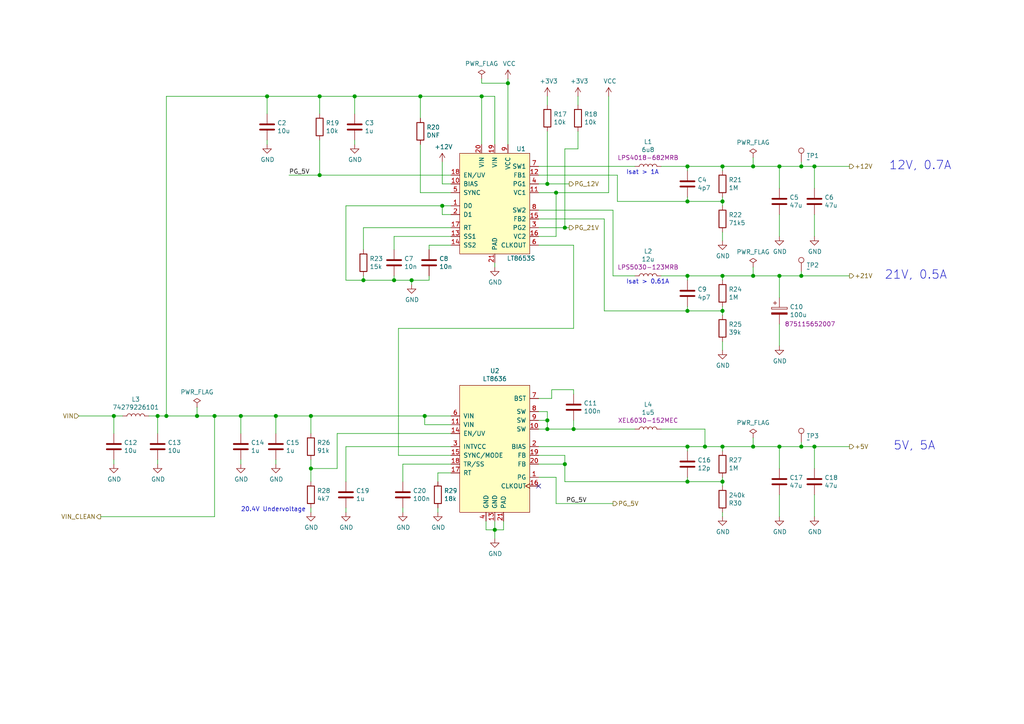
<source format=kicad_sch>
(kicad_sch (version 20201015) (generator eeschema)

  (paper "A4")

  (lib_symbols
    (symbol "Connector:TestPoint" (pin_numbers hide) (pin_names (offset 0.762) hide) (in_bom yes) (on_board yes)
      (property "Reference" "TP" (id 0) (at 0 6.858 0)
        (effects (font (size 1.27 1.27)))
      )
      (property "Value" "TestPoint" (id 1) (at 0 5.08 0)
        (effects (font (size 1.27 1.27)))
      )
      (property "Footprint" "" (id 2) (at 5.08 0 0)
        (effects (font (size 1.27 1.27)) hide)
      )
      (property "Datasheet" "~" (id 3) (at 5.08 0 0)
        (effects (font (size 1.27 1.27)) hide)
      )
      (property "ki_keywords" "test point tp" (id 4) (at 0 0 0)
        (effects (font (size 1.27 1.27)) hide)
      )
      (property "ki_description" "test point" (id 5) (at 0 0 0)
        (effects (font (size 1.27 1.27)) hide)
      )
      (property "ki_fp_filters" "Pin* Test*" (id 6) (at 0 0 0)
        (effects (font (size 1.27 1.27)) hide)
      )
      (symbol "TestPoint_0_1"
        (circle (center 0 3.302) (radius 0.762) (stroke (width 0)) (fill (type none)))
      )
      (symbol "TestPoint_1_1"
        (pin passive line (at 0 0 90) (length 2.54)
          (name "1" (effects (font (size 1.27 1.27))))
          (number "1" (effects (font (size 1.27 1.27))))
        )
      )
    )
    (symbol "Device:C" (pin_numbers hide) (pin_names (offset 0.254)) (in_bom yes) (on_board yes)
      (property "Reference" "C" (id 0) (at 0.635 2.54 0)
        (effects (font (size 1.27 1.27)) (justify left))
      )
      (property "Value" "C" (id 1) (at 0.635 -2.54 0)
        (effects (font (size 1.27 1.27)) (justify left))
      )
      (property "Footprint" "" (id 2) (at 0.9652 -3.81 0)
        (effects (font (size 1.27 1.27)) hide)
      )
      (property "Datasheet" "~" (id 3) (at 0 0 0)
        (effects (font (size 1.27 1.27)) hide)
      )
      (property "ki_keywords" "cap capacitor" (id 4) (at 0 0 0)
        (effects (font (size 1.27 1.27)) hide)
      )
      (property "ki_description" "Unpolarized capacitor" (id 5) (at 0 0 0)
        (effects (font (size 1.27 1.27)) hide)
      )
      (property "ki_fp_filters" "C_*" (id 6) (at 0 0 0)
        (effects (font (size 1.27 1.27)) hide)
      )
      (symbol "C_0_1"
        (polyline
          (pts
            (xy -2.032 -0.762)
            (xy 2.032 -0.762)
          )
          (stroke (width 0.508)) (fill (type none))
        )
        (polyline
          (pts
            (xy -2.032 0.762)
            (xy 2.032 0.762)
          )
          (stroke (width 0.508)) (fill (type none))
        )
      )
      (symbol "C_1_1"
        (pin passive line (at 0 3.81 270) (length 2.794)
          (name "~" (effects (font (size 1.27 1.27))))
          (number "1" (effects (font (size 1.27 1.27))))
        )
        (pin passive line (at 0 -3.81 90) (length 2.794)
          (name "~" (effects (font (size 1.27 1.27))))
          (number "2" (effects (font (size 1.27 1.27))))
        )
      )
    )
    (symbol "Device:CP" (pin_numbers hide) (pin_names (offset 0.254)) (in_bom yes) (on_board yes)
      (property "Reference" "C" (id 0) (at 0.635 2.54 0)
        (effects (font (size 1.27 1.27)) (justify left))
      )
      (property "Value" "CP" (id 1) (at 0.635 -2.54 0)
        (effects (font (size 1.27 1.27)) (justify left))
      )
      (property "Footprint" "" (id 2) (at 0.9652 -3.81 0)
        (effects (font (size 1.27 1.27)) hide)
      )
      (property "Datasheet" "~" (id 3) (at 0 0 0)
        (effects (font (size 1.27 1.27)) hide)
      )
      (property "ki_keywords" "cap capacitor" (id 4) (at 0 0 0)
        (effects (font (size 1.27 1.27)) hide)
      )
      (property "ki_description" "Polarized capacitor" (id 5) (at 0 0 0)
        (effects (font (size 1.27 1.27)) hide)
      )
      (property "ki_fp_filters" "CP_*" (id 6) (at 0 0 0)
        (effects (font (size 1.27 1.27)) hide)
      )
      (symbol "CP_0_1"
        (rectangle (start -2.286 0.508) (end 2.286 1.016)
          (stroke (width 0)) (fill (type none))
        )
        (rectangle (start 2.286 -0.508) (end -2.286 -1.016)
          (stroke (width 0)) (fill (type outline))
        )
        (polyline
          (pts
            (xy -1.778 2.286)
            (xy -0.762 2.286)
          )
          (stroke (width 0)) (fill (type none))
        )
        (polyline
          (pts
            (xy -1.27 2.794)
            (xy -1.27 1.778)
          )
          (stroke (width 0)) (fill (type none))
        )
      )
      (symbol "CP_1_1"
        (pin passive line (at 0 3.81 270) (length 2.794)
          (name "~" (effects (font (size 1.27 1.27))))
          (number "1" (effects (font (size 1.27 1.27))))
        )
        (pin passive line (at 0 -3.81 90) (length 2.794)
          (name "~" (effects (font (size 1.27 1.27))))
          (number "2" (effects (font (size 1.27 1.27))))
        )
      )
    )
    (symbol "Device:L" (pin_numbers hide) (pin_names (offset 1.016) hide) (in_bom yes) (on_board yes)
      (property "Reference" "L" (id 0) (at -1.27 0 90)
        (effects (font (size 1.27 1.27)))
      )
      (property "Value" "L" (id 1) (at 1.905 0 90)
        (effects (font (size 1.27 1.27)))
      )
      (property "Footprint" "" (id 2) (at 0 0 0)
        (effects (font (size 1.27 1.27)) hide)
      )
      (property "Datasheet" "~" (id 3) (at 0 0 0)
        (effects (font (size 1.27 1.27)) hide)
      )
      (property "ki_keywords" "inductor choke coil reactor magnetic" (id 4) (at 0 0 0)
        (effects (font (size 1.27 1.27)) hide)
      )
      (property "ki_description" "Inductor" (id 5) (at 0 0 0)
        (effects (font (size 1.27 1.27)) hide)
      )
      (property "ki_fp_filters" "Choke_* *Coil* Inductor_* L_*" (id 6) (at 0 0 0)
        (effects (font (size 1.27 1.27)) hide)
      )
      (symbol "L_0_1"
        (arc (start 0 -2.54) (end 0 -1.27) (radius (at 0 -1.905) (length 0.635) (angles -89.9 89.9))
          (stroke (width 0)) (fill (type none))
        )
        (arc (start 0 -1.27) (end 0 0) (radius (at 0 -0.635) (length 0.635) (angles -89.9 89.9))
          (stroke (width 0)) (fill (type none))
        )
        (arc (start 0 0) (end 0 1.27) (radius (at 0 0.635) (length 0.635) (angles -89.9 89.9))
          (stroke (width 0)) (fill (type none))
        )
        (arc (start 0 1.27) (end 0 2.54) (radius (at 0 1.905) (length 0.635) (angles -89.9 89.9))
          (stroke (width 0)) (fill (type none))
        )
      )
      (symbol "L_1_1"
        (pin passive line (at 0 3.81 270) (length 1.27)
          (name "1" (effects (font (size 1.27 1.27))))
          (number "1" (effects (font (size 1.27 1.27))))
        )
        (pin passive line (at 0 -3.81 90) (length 1.27)
          (name "2" (effects (font (size 1.27 1.27))))
          (number "2" (effects (font (size 1.27 1.27))))
        )
      )
    )
    (symbol "Device:R" (pin_numbers hide) (pin_names (offset 0)) (in_bom yes) (on_board yes)
      (property "Reference" "R" (id 0) (at 2.032 0 90)
        (effects (font (size 1.27 1.27)))
      )
      (property "Value" "R" (id 1) (at 0 0 90)
        (effects (font (size 1.27 1.27)))
      )
      (property "Footprint" "" (id 2) (at -1.778 0 90)
        (effects (font (size 1.27 1.27)) hide)
      )
      (property "Datasheet" "~" (id 3) (at 0 0 0)
        (effects (font (size 1.27 1.27)) hide)
      )
      (property "ki_keywords" "R res resistor" (id 4) (at 0 0 0)
        (effects (font (size 1.27 1.27)) hide)
      )
      (property "ki_description" "Resistor" (id 5) (at 0 0 0)
        (effects (font (size 1.27 1.27)) hide)
      )
      (property "ki_fp_filters" "R_*" (id 6) (at 0 0 0)
        (effects (font (size 1.27 1.27)) hide)
      )
      (symbol "R_0_1"
        (rectangle (start -1.016 -2.54) (end 1.016 2.54)
          (stroke (width 0.254)) (fill (type none))
        )
      )
      (symbol "R_1_1"
        (pin passive line (at 0 3.81 270) (length 1.27)
          (name "~" (effects (font (size 1.27 1.27))))
          (number "1" (effects (font (size 1.27 1.27))))
        )
        (pin passive line (at 0 -3.81 90) (length 1.27)
          (name "~" (effects (font (size 1.27 1.27))))
          (number "2" (effects (font (size 1.27 1.27))))
        )
      )
    )
    (symbol "IC_WUT:LT8636" (pin_names (offset 1.016)) (in_bom yes) (on_board yes)
      (property "Reference" "U" (id 0) (at 6.35 17.78 0)
        (effects (font (size 1.27 1.27)))
      )
      (property "Value" "LT8636" (id 1) (at 8.89 -22.86 0)
        (effects (font (size 1.27 1.27)))
      )
      (property "Footprint" "IC_WUT:LQFN-20-1EP_3x4mm_P0.5mm_EP1.65x2.65mm" (id 2) (at 0 0 0)
        (effects (font (size 1.27 1.27)) hide)
      )
      (property "Datasheet" "" (id 3) (at 0 0 0)
        (effects (font (size 1.27 1.27)) hide)
      )
      (symbol "LT8636_0_1"
        (rectangle (start 10.16 -20.32) (end -10.16 16.51)
          (stroke (width 0)) (fill (type background))
        )
      )
      (symbol "LT8636_1_1"
        (pin open_collector line (at 12.7 -10.16 180) (length 2.54)
          (name "PG" (effects (font (size 1.27 1.27))))
          (number "1" (effects (font (size 1.27 1.27))))
        )
        (pin passive line (at 12.7 3.81 180) (length 2.54)
          (name "SW" (effects (font (size 1.27 1.27))))
          (number "10" (effects (font (size 1.27 1.27))))
        )
        (pin power_in line (at -12.7 5.08 0) (length 2.54)
          (name "VIN" (effects (font (size 1.27 1.27))))
          (number "11" (effects (font (size 1.27 1.27))))
        )
        (pin power_in line (at 0 -22.86 90) (length 2.54)
          (name "GND" (effects (font (size 1.27 1.27))))
          (number "13" (effects (font (size 1.27 1.27))))
        )
        (pin input line (at -12.7 2.54 0) (length 2.54)
          (name "EN/UV" (effects (font (size 1.27 1.27))))
          (number "14" (effects (font (size 1.27 1.27))))
        )
        (pin passive line (at -12.7 -3.81 0) (length 2.54)
          (name "SYNC/MODE" (effects (font (size 1.27 1.27))))
          (number "15" (effects (font (size 1.27 1.27))))
        )
        (pin output clock (at 12.7 -12.7 180) (length 2.54)
          (name "CLKOUT" (effects (font (size 1.27 1.27))))
          (number "16" (effects (font (size 1.27 1.27))))
        )
        (pin passive line (at -12.7 -8.89 0) (length 2.54)
          (name "RT" (effects (font (size 1.27 1.27))))
          (number "17" (effects (font (size 1.27 1.27))))
        )
        (pin passive line (at -12.7 -6.35 0) (length 2.54)
          (name "TR/SS" (effects (font (size 1.27 1.27))))
          (number "18" (effects (font (size 1.27 1.27))))
        )
        (pin input line (at 12.7 -3.81 180) (length 2.54)
          (name "FB" (effects (font (size 1.27 1.27))))
          (number "19" (effects (font (size 1.27 1.27))))
        )
        (pin passive line (at 12.7 -1.27 180) (length 2.54)
          (name "BIAS" (effects (font (size 1.27 1.27))))
          (number "2" (effects (font (size 1.27 1.27))))
        )
        (pin input line (at 12.7 -6.35 180) (length 2.54)
          (name "FB" (effects (font (size 1.27 1.27))))
          (number "20" (effects (font (size 1.27 1.27))))
        )
        (pin power_in line (at 2.54 -22.86 90) (length 2.54)
          (name "PAD" (effects (font (size 1.27 1.27))))
          (number "21" (effects (font (size 1.27 1.27))))
        )
        (pin passive line (at -12.7 -1.27 0) (length 2.54)
          (name "INTVCC" (effects (font (size 1.27 1.27))))
          (number "3" (effects (font (size 1.27 1.27))))
        )
        (pin power_in line (at -2.54 -22.86 90) (length 2.54)
          (name "GND" (effects (font (size 1.27 1.27))))
          (number "4" (effects (font (size 1.27 1.27))))
        )
        (pin power_in line (at -12.7 7.62 0) (length 2.54)
          (name "VIN" (effects (font (size 1.27 1.27))))
          (number "6" (effects (font (size 1.27 1.27))))
        )
        (pin passive line (at 12.7 12.7 180) (length 2.54)
          (name "BST" (effects (font (size 1.27 1.27))))
          (number "7" (effects (font (size 1.27 1.27))))
        )
        (pin power_out line (at 12.7 8.89 180) (length 2.54)
          (name "SW" (effects (font (size 1.27 1.27))))
          (number "8" (effects (font (size 1.27 1.27))))
        )
        (pin passive line (at 12.7 6.35 180) (length 2.54)
          (name "SW" (effects (font (size 1.27 1.27))))
          (number "9" (effects (font (size 1.27 1.27))))
        )
      )
    )
    (symbol "IC_WUT:LT8653S" (pin_names (offset 1.016)) (in_bom yes) (on_board yes)
      (property "Reference" "U" (id 0) (at 7.62 5.08 0)
        (effects (font (size 1.27 1.27)))
      )
      (property "Value" "LT8653S" (id 1) (at 10.16 -26.67 0)
        (effects (font (size 1.27 1.27)))
      )
      (property "Footprint" "IC_WUT:LQFN-20-1EP_3x4mm_P0.5mm_EP1.4x2.4mm" (id 2) (at 22.86 -41.91 0)
        (effects (font (size 2.9972 2.9972)) hide)
      )
      (property "Datasheet" "" (id 3) (at 22.86 -41.91 0)
        (effects (font (size 2.9972 2.9972)) hide)
      )
      (symbol "LT8653S_0_1"
        (rectangle (start -10.16 3.81) (end 10.16 -25.4)
          (stroke (width 0)) (fill (type background))
        )
      )
      (symbol "LT8653S_1_1"
        (pin passive line (at -12.7 -11.43 0) (length 2.54)
          (name "D0" (effects (font (size 1.27 1.27))))
          (number "1" (effects (font (size 1.27 1.27))))
        )
        (pin passive line (at -12.7 -5.08 0) (length 2.54)
          (name "BIAS" (effects (font (size 1.27 1.27))))
          (number "10" (effects (font (size 1.27 1.27))))
        )
        (pin passive line (at 12.7 -7.62 180) (length 2.54)
          (name "VC1" (effects (font (size 1.27 1.27))))
          (number "11" (effects (font (size 1.27 1.27))))
        )
        (pin input line (at 12.7 -2.54 180) (length 2.54)
          (name "FB1" (effects (font (size 1.27 1.27))))
          (number "12" (effects (font (size 1.27 1.27))))
        )
        (pin passive line (at -12.7 -20.32 0) (length 2.54)
          (name "SS1" (effects (font (size 1.27 1.27))))
          (number "13" (effects (font (size 1.27 1.27))))
        )
        (pin passive line (at -12.7 -22.86 0) (length 2.54)
          (name "SS2" (effects (font (size 1.27 1.27))))
          (number "14" (effects (font (size 1.27 1.27))))
        )
        (pin input line (at 12.7 -15.24 180) (length 2.54)
          (name "FB2" (effects (font (size 1.27 1.27))))
          (number "15" (effects (font (size 1.27 1.27))))
        )
        (pin passive line (at 12.7 -20.32 180) (length 2.54)
          (name "VC2" (effects (font (size 1.27 1.27))))
          (number "16" (effects (font (size 1.27 1.27))))
        )
        (pin passive line (at -12.7 -17.78 0) (length 2.54)
          (name "RT" (effects (font (size 1.27 1.27))))
          (number "17" (effects (font (size 1.27 1.27))))
        )
        (pin input line (at -12.7 -2.54 0) (length 2.54)
          (name "EN/UV" (effects (font (size 1.27 1.27))))
          (number "18" (effects (font (size 1.27 1.27))))
        )
        (pin power_in line (at 0 6.35 270) (length 2.54)
          (name "VIN" (effects (font (size 1.27 1.27))))
          (number "19" (effects (font (size 1.27 1.27))))
        )
        (pin passive line (at -12.7 -13.97 0) (length 2.54)
          (name "D1" (effects (font (size 1.27 1.27))))
          (number "2" (effects (font (size 1.27 1.27))))
        )
        (pin power_in line (at -3.81 6.35 270) (length 2.54)
          (name "VIN" (effects (font (size 1.27 1.27))))
          (number "20" (effects (font (size 1.27 1.27))))
        )
        (pin power_in line (at 0 -27.94 90) (length 2.54)
          (name "PAD" (effects (font (size 1.27 1.27))))
          (number "21" (effects (font (size 1.27 1.27))))
        )
        (pin open_collector line (at 12.7 -17.78 180) (length 2.54)
          (name "PG2" (effects (font (size 1.27 1.27))))
          (number "3" (effects (font (size 1.27 1.27))))
        )
        (pin open_collector line (at 12.7 -5.08 180) (length 2.54)
          (name "PG1" (effects (font (size 1.27 1.27))))
          (number "4" (effects (font (size 1.27 1.27))))
        )
        (pin passive line (at -12.7 -7.62 0) (length 2.54)
          (name "SYNC" (effects (font (size 1.27 1.27))))
          (number "5" (effects (font (size 1.27 1.27))))
        )
        (pin output line (at 12.7 -22.86 180) (length 2.54)
          (name "CLKOUT" (effects (font (size 1.27 1.27))))
          (number "6" (effects (font (size 1.27 1.27))))
        )
        (pin passive line (at 12.7 0 180) (length 2.54)
          (name "SW1" (effects (font (size 1.27 1.27))))
          (number "7" (effects (font (size 1.27 1.27))))
        )
        (pin passive line (at 12.7 -12.7 180) (length 2.54)
          (name "SW2" (effects (font (size 1.27 1.27))))
          (number "8" (effects (font (size 1.27 1.27))))
        )
        (pin power_in line (at 3.81 6.35 270) (length 2.54)
          (name "VCC" (effects (font (size 1.27 1.27))))
          (number "9" (effects (font (size 1.27 1.27))))
        )
      )
    )
    (symbol "power:+12V" (power) (pin_names (offset 0)) (in_bom yes) (on_board yes)
      (property "Reference" "#PWR" (id 0) (at 0 -3.81 0)
        (effects (font (size 1.27 1.27)) hide)
      )
      (property "Value" "+12V" (id 1) (at 0 3.556 0)
        (effects (font (size 1.27 1.27)))
      )
      (property "Footprint" "" (id 2) (at 0 0 0)
        (effects (font (size 1.27 1.27)) hide)
      )
      (property "Datasheet" "" (id 3) (at 0 0 0)
        (effects (font (size 1.27 1.27)) hide)
      )
      (property "ki_keywords" "power-flag" (id 4) (at 0 0 0)
        (effects (font (size 1.27 1.27)) hide)
      )
      (property "ki_description" "Power symbol creates a global label with name \"+12V\"" (id 5) (at 0 0 0)
        (effects (font (size 1.27 1.27)) hide)
      )
      (symbol "+12V_0_1"
        (polyline
          (pts
            (xy -0.762 1.27)
            (xy 0 2.54)
          )
          (stroke (width 0)) (fill (type none))
        )
        (polyline
          (pts
            (xy 0 0)
            (xy 0 2.54)
          )
          (stroke (width 0)) (fill (type none))
        )
        (polyline
          (pts
            (xy 0 2.54)
            (xy 0.762 1.27)
          )
          (stroke (width 0)) (fill (type none))
        )
      )
      (symbol "+12V_1_1"
        (pin power_in line (at 0 0 90) (length 0) hide
          (name "+12V" (effects (font (size 1.27 1.27))))
          (number "1" (effects (font (size 1.27 1.27))))
        )
      )
    )
    (symbol "power:+3.3V" (power) (pin_names (offset 0)) (in_bom yes) (on_board yes)
      (property "Reference" "#PWR" (id 0) (at 0 -3.81 0)
        (effects (font (size 1.27 1.27)) hide)
      )
      (property "Value" "+3.3V" (id 1) (at 0 3.556 0)
        (effects (font (size 1.27 1.27)))
      )
      (property "Footprint" "" (id 2) (at 0 0 0)
        (effects (font (size 1.27 1.27)) hide)
      )
      (property "Datasheet" "" (id 3) (at 0 0 0)
        (effects (font (size 1.27 1.27)) hide)
      )
      (property "ki_keywords" "power-flag" (id 4) (at 0 0 0)
        (effects (font (size 1.27 1.27)) hide)
      )
      (property "ki_description" "Power symbol creates a global label with name \"+3.3V\"" (id 5) (at 0 0 0)
        (effects (font (size 1.27 1.27)) hide)
      )
      (symbol "+3.3V_0_1"
        (polyline
          (pts
            (xy -0.762 1.27)
            (xy 0 2.54)
          )
          (stroke (width 0)) (fill (type none))
        )
        (polyline
          (pts
            (xy 0 0)
            (xy 0 2.54)
          )
          (stroke (width 0)) (fill (type none))
        )
        (polyline
          (pts
            (xy 0 2.54)
            (xy 0.762 1.27)
          )
          (stroke (width 0)) (fill (type none))
        )
      )
      (symbol "+3.3V_1_1"
        (pin power_in line (at 0 0 90) (length 0) hide
          (name "+3V3" (effects (font (size 1.27 1.27))))
          (number "1" (effects (font (size 1.27 1.27))))
        )
      )
    )
    (symbol "power:GND" (power) (pin_names (offset 0)) (in_bom yes) (on_board yes)
      (property "Reference" "#PWR" (id 0) (at 0 -6.35 0)
        (effects (font (size 1.27 1.27)) hide)
      )
      (property "Value" "GND" (id 1) (at 0 -3.81 0)
        (effects (font (size 1.27 1.27)))
      )
      (property "Footprint" "" (id 2) (at 0 0 0)
        (effects (font (size 1.27 1.27)) hide)
      )
      (property "Datasheet" "" (id 3) (at 0 0 0)
        (effects (font (size 1.27 1.27)) hide)
      )
      (property "ki_keywords" "power-flag" (id 4) (at 0 0 0)
        (effects (font (size 1.27 1.27)) hide)
      )
      (property "ki_description" "Power symbol creates a global label with name \"GND\" , ground" (id 5) (at 0 0 0)
        (effects (font (size 1.27 1.27)) hide)
      )
      (symbol "GND_0_1"
        (polyline
          (pts
            (xy 0 0)
            (xy 0 -1.27)
            (xy 1.27 -1.27)
            (xy 0 -2.54)
            (xy -1.27 -1.27)
            (xy 0 -1.27)
          )
          (stroke (width 0)) (fill (type none))
        )
      )
      (symbol "GND_1_1"
        (pin power_in line (at 0 0 270) (length 0) hide
          (name "GND" (effects (font (size 1.27 1.27))))
          (number "1" (effects (font (size 1.27 1.27))))
        )
      )
    )
    (symbol "power:PWR_FLAG" (power) (pin_numbers hide) (pin_names (offset 0) hide) (in_bom yes) (on_board yes)
      (property "Reference" "#FLG" (id 0) (at 0 1.905 0)
        (effects (font (size 1.27 1.27)) hide)
      )
      (property "Value" "PWR_FLAG" (id 1) (at 0 3.81 0)
        (effects (font (size 1.27 1.27)))
      )
      (property "Footprint" "" (id 2) (at 0 0 0)
        (effects (font (size 1.27 1.27)) hide)
      )
      (property "Datasheet" "~" (id 3) (at 0 0 0)
        (effects (font (size 1.27 1.27)) hide)
      )
      (property "ki_keywords" "power-flag" (id 4) (at 0 0 0)
        (effects (font (size 1.27 1.27)) hide)
      )
      (property "ki_description" "Special symbol for telling ERC where power comes from" (id 5) (at 0 0 0)
        (effects (font (size 1.27 1.27)) hide)
      )
      (symbol "PWR_FLAG_0_0"
        (pin power_out line (at 0 0 90) (length 0)
          (name "pwr" (effects (font (size 1.27 1.27))))
          (number "1" (effects (font (size 1.27 1.27))))
        )
      )
      (symbol "PWR_FLAG_0_1"
        (polyline
          (pts
            (xy 0 0)
            (xy 0 1.27)
            (xy -1.016 1.905)
            (xy 0 2.54)
            (xy 1.016 1.905)
            (xy 0 1.27)
          )
          (stroke (width 0)) (fill (type none))
        )
      )
    )
    (symbol "power:VCC" (power) (pin_names (offset 0)) (in_bom yes) (on_board yes)
      (property "Reference" "#PWR" (id 0) (at 0 -3.81 0)
        (effects (font (size 1.27 1.27)) hide)
      )
      (property "Value" "VCC" (id 1) (at 0 3.81 0)
        (effects (font (size 1.27 1.27)))
      )
      (property "Footprint" "" (id 2) (at 0 0 0)
        (effects (font (size 1.27 1.27)) hide)
      )
      (property "Datasheet" "" (id 3) (at 0 0 0)
        (effects (font (size 1.27 1.27)) hide)
      )
      (property "ki_keywords" "power-flag" (id 4) (at 0 0 0)
        (effects (font (size 1.27 1.27)) hide)
      )
      (property "ki_description" "Power symbol creates a global label with name \"VCC\"" (id 5) (at 0 0 0)
        (effects (font (size 1.27 1.27)) hide)
      )
      (symbol "VCC_0_1"
        (polyline
          (pts
            (xy -0.762 1.27)
            (xy 0 2.54)
          )
          (stroke (width 0)) (fill (type none))
        )
        (polyline
          (pts
            (xy 0 0)
            (xy 0 2.54)
          )
          (stroke (width 0)) (fill (type none))
        )
        (polyline
          (pts
            (xy 0 2.54)
            (xy 0.762 1.27)
          )
          (stroke (width 0)) (fill (type none))
        )
      )
      (symbol "VCC_1_1"
        (pin power_in line (at 0 0 90) (length 0) hide
          (name "VCC" (effects (font (size 1.27 1.27))))
          (number "1" (effects (font (size 1.27 1.27))))
        )
      )
    )
  )

  (junction (at 33.02 120.65) (diameter 1.016) (color 0 0 0 0))
  (junction (at 45.72 120.65) (diameter 1.016) (color 0 0 0 0))
  (junction (at 48.26 120.65) (diameter 1.016) (color 0 0 0 0))
  (junction (at 57.15 120.65) (diameter 1.016) (color 0 0 0 0))
  (junction (at 62.23 120.65) (diameter 1.016) (color 0 0 0 0))
  (junction (at 69.85 120.65) (diameter 1.016) (color 0 0 0 0))
  (junction (at 77.47 27.94) (diameter 1.016) (color 0 0 0 0))
  (junction (at 80.01 120.65) (diameter 1.016) (color 0 0 0 0))
  (junction (at 90.17 120.65) (diameter 1.016) (color 0 0 0 0))
  (junction (at 90.17 135.89) (diameter 1.016) (color 0 0 0 0))
  (junction (at 92.71 27.94) (diameter 1.016) (color 0 0 0 0))
  (junction (at 92.71 50.8) (diameter 1.016) (color 0 0 0 0))
  (junction (at 102.87 27.94) (diameter 1.016) (color 0 0 0 0))
  (junction (at 105.41 81.28) (diameter 1.016) (color 0 0 0 0))
  (junction (at 114.3 81.28) (diameter 1.016) (color 0 0 0 0))
  (junction (at 119.38 81.28) (diameter 1.016) (color 0 0 0 0))
  (junction (at 121.92 27.94) (diameter 1.016) (color 0 0 0 0))
  (junction (at 123.19 120.65) (diameter 1.016) (color 0 0 0 0))
  (junction (at 128.27 59.69) (diameter 1.016) (color 0 0 0 0))
  (junction (at 139.7 27.94) (diameter 1.016) (color 0 0 0 0))
  (junction (at 143.51 153.67) (diameter 1.016) (color 0 0 0 0))
  (junction (at 147.32 24.13) (diameter 1.016) (color 0 0 0 0))
  (junction (at 158.75 53.34) (diameter 1.016) (color 0 0 0 0))
  (junction (at 158.75 121.92) (diameter 1.016) (color 0 0 0 0))
  (junction (at 158.75 124.46) (diameter 1.016) (color 0 0 0 0))
  (junction (at 161.29 55.88) (diameter 1.016) (color 0 0 0 0))
  (junction (at 163.83 66.04) (diameter 1.016) (color 0 0 0 0))
  (junction (at 163.83 134.62) (diameter 1.016) (color 0 0 0 0))
  (junction (at 166.37 124.46) (diameter 1.016) (color 0 0 0 0))
  (junction (at 199.39 48.26) (diameter 1.016) (color 0 0 0 0))
  (junction (at 199.39 58.42) (diameter 1.016) (color 0 0 0 0))
  (junction (at 199.39 80.01) (diameter 1.016) (color 0 0 0 0))
  (junction (at 199.39 90.17) (diameter 1.016) (color 0 0 0 0))
  (junction (at 199.39 129.54) (diameter 1.016) (color 0 0 0 0))
  (junction (at 199.39 139.7) (diameter 1.016) (color 0 0 0 0))
  (junction (at 204.47 129.54) (diameter 1.016) (color 0 0 0 0))
  (junction (at 209.55 48.26) (diameter 1.016) (color 0 0 0 0))
  (junction (at 209.55 58.42) (diameter 1.016) (color 0 0 0 0))
  (junction (at 209.55 80.01) (diameter 1.016) (color 0 0 0 0))
  (junction (at 209.55 90.17) (diameter 1.016) (color 0 0 0 0))
  (junction (at 209.55 129.54) (diameter 1.016) (color 0 0 0 0))
  (junction (at 209.55 139.7) (diameter 1.016) (color 0 0 0 0))
  (junction (at 218.44 48.26) (diameter 1.016) (color 0 0 0 0))
  (junction (at 218.44 80.01) (diameter 1.016) (color 0 0 0 0))
  (junction (at 218.44 129.54) (diameter 1.016) (color 0 0 0 0))
  (junction (at 226.06 48.26) (diameter 1.016) (color 0 0 0 0))
  (junction (at 226.06 80.01) (diameter 1.016) (color 0 0 0 0))
  (junction (at 226.06 129.54) (diameter 1.016) (color 0 0 0 0))
  (junction (at 232.41 48.26) (diameter 1.016) (color 0 0 0 0))
  (junction (at 232.41 80.01) (diameter 1.016) (color 0 0 0 0))
  (junction (at 232.41 129.54) (diameter 1.016) (color 0 0 0 0))
  (junction (at 236.22 48.26) (diameter 1.016) (color 0 0 0 0))
  (junction (at 236.22 129.54) (diameter 1.016) (color 0 0 0 0))

  (no_connect (at 156.21 140.97))

  (wire (pts (xy 22.86 120.65) (xy 33.02 120.65))
    (stroke (width 0) (type solid) (color 0 0 0 0))
  )
  (wire (pts (xy 29.21 149.86) (xy 62.23 149.86))
    (stroke (width 0) (type solid) (color 0 0 0 0))
  )
  (wire (pts (xy 33.02 120.65) (xy 33.02 125.73))
    (stroke (width 0) (type solid) (color 0 0 0 0))
  )
  (wire (pts (xy 33.02 133.35) (xy 33.02 134.62))
    (stroke (width 0) (type solid) (color 0 0 0 0))
  )
  (wire (pts (xy 35.56 120.65) (xy 33.02 120.65))
    (stroke (width 0) (type solid) (color 0 0 0 0))
  )
  (wire (pts (xy 43.18 120.65) (xy 45.72 120.65))
    (stroke (width 0) (type solid) (color 0 0 0 0))
  )
  (wire (pts (xy 45.72 120.65) (xy 45.72 125.73))
    (stroke (width 0) (type solid) (color 0 0 0 0))
  )
  (wire (pts (xy 45.72 120.65) (xy 48.26 120.65))
    (stroke (width 0) (type solid) (color 0 0 0 0))
  )
  (wire (pts (xy 45.72 134.62) (xy 45.72 133.35))
    (stroke (width 0) (type solid) (color 0 0 0 0))
  )
  (wire (pts (xy 48.26 27.94) (xy 48.26 120.65))
    (stroke (width 0) (type solid) (color 0 0 0 0))
  )
  (wire (pts (xy 48.26 27.94) (xy 77.47 27.94))
    (stroke (width 0) (type solid) (color 0 0 0 0))
  )
  (wire (pts (xy 48.26 120.65) (xy 57.15 120.65))
    (stroke (width 0) (type solid) (color 0 0 0 0))
  )
  (wire (pts (xy 57.15 118.11) (xy 57.15 120.65))
    (stroke (width 0) (type solid) (color 0 0 0 0))
  )
  (wire (pts (xy 57.15 120.65) (xy 62.23 120.65))
    (stroke (width 0) (type solid) (color 0 0 0 0))
  )
  (wire (pts (xy 62.23 120.65) (xy 69.85 120.65))
    (stroke (width 0) (type solid) (color 0 0 0 0))
  )
  (wire (pts (xy 62.23 149.86) (xy 62.23 120.65))
    (stroke (width 0) (type solid) (color 0 0 0 0))
  )
  (wire (pts (xy 69.85 125.73) (xy 69.85 120.65))
    (stroke (width 0) (type solid) (color 0 0 0 0))
  )
  (wire (pts (xy 69.85 133.35) (xy 69.85 134.62))
    (stroke (width 0) (type solid) (color 0 0 0 0))
  )
  (wire (pts (xy 77.47 27.94) (xy 77.47 33.02))
    (stroke (width 0) (type solid) (color 0 0 0 0))
  )
  (wire (pts (xy 77.47 27.94) (xy 92.71 27.94))
    (stroke (width 0) (type solid) (color 0 0 0 0))
  )
  (wire (pts (xy 77.47 40.64) (xy 77.47 41.91))
    (stroke (width 0) (type solid) (color 0 0 0 0))
  )
  (wire (pts (xy 80.01 120.65) (xy 69.85 120.65))
    (stroke (width 0) (type solid) (color 0 0 0 0))
  )
  (wire (pts (xy 80.01 120.65) (xy 90.17 120.65))
    (stroke (width 0) (type solid) (color 0 0 0 0))
  )
  (wire (pts (xy 80.01 125.73) (xy 80.01 120.65))
    (stroke (width 0) (type solid) (color 0 0 0 0))
  )
  (wire (pts (xy 80.01 134.62) (xy 80.01 133.35))
    (stroke (width 0) (type solid) (color 0 0 0 0))
  )
  (wire (pts (xy 83.82 50.8) (xy 92.71 50.8))
    (stroke (width 0) (type solid) (color 0 0 0 0))
  )
  (wire (pts (xy 90.17 120.65) (xy 123.19 120.65))
    (stroke (width 0) (type solid) (color 0 0 0 0))
  )
  (wire (pts (xy 90.17 125.73) (xy 90.17 120.65))
    (stroke (width 0) (type solid) (color 0 0 0 0))
  )
  (wire (pts (xy 90.17 135.89) (xy 90.17 133.35))
    (stroke (width 0) (type solid) (color 0 0 0 0))
  )
  (wire (pts (xy 90.17 135.89) (xy 90.17 139.7))
    (stroke (width 0) (type solid) (color 0 0 0 0))
  )
  (wire (pts (xy 90.17 148.59) (xy 90.17 147.32))
    (stroke (width 0) (type solid) (color 0 0 0 0))
  )
  (wire (pts (xy 92.71 27.94) (xy 102.87 27.94))
    (stroke (width 0) (type solid) (color 0 0 0 0))
  )
  (wire (pts (xy 92.71 33.02) (xy 92.71 27.94))
    (stroke (width 0) (type solid) (color 0 0 0 0))
  )
  (wire (pts (xy 92.71 40.64) (xy 92.71 50.8))
    (stroke (width 0) (type solid) (color 0 0 0 0))
  )
  (wire (pts (xy 92.71 50.8) (xy 130.81 50.8))
    (stroke (width 0) (type solid) (color 0 0 0 0))
  )
  (wire (pts (xy 97.79 125.73) (xy 97.79 135.89))
    (stroke (width 0) (type solid) (color 0 0 0 0))
  )
  (wire (pts (xy 97.79 135.89) (xy 90.17 135.89))
    (stroke (width 0) (type solid) (color 0 0 0 0))
  )
  (wire (pts (xy 100.33 59.69) (xy 100.33 81.28))
    (stroke (width 0) (type solid) (color 0 0 0 0))
  )
  (wire (pts (xy 100.33 81.28) (xy 105.41 81.28))
    (stroke (width 0) (type solid) (color 0 0 0 0))
  )
  (wire (pts (xy 100.33 129.54) (xy 100.33 139.7))
    (stroke (width 0) (type solid) (color 0 0 0 0))
  )
  (wire (pts (xy 100.33 129.54) (xy 130.81 129.54))
    (stroke (width 0) (type solid) (color 0 0 0 0))
  )
  (wire (pts (xy 100.33 148.59) (xy 100.33 147.32))
    (stroke (width 0) (type solid) (color 0 0 0 0))
  )
  (wire (pts (xy 102.87 27.94) (xy 121.92 27.94))
    (stroke (width 0) (type solid) (color 0 0 0 0))
  )
  (wire (pts (xy 102.87 33.02) (xy 102.87 27.94))
    (stroke (width 0) (type solid) (color 0 0 0 0))
  )
  (wire (pts (xy 102.87 40.64) (xy 102.87 41.91))
    (stroke (width 0) (type solid) (color 0 0 0 0))
  )
  (wire (pts (xy 105.41 66.04) (xy 105.41 72.39))
    (stroke (width 0) (type solid) (color 0 0 0 0))
  )
  (wire (pts (xy 105.41 81.28) (xy 105.41 80.01))
    (stroke (width 0) (type solid) (color 0 0 0 0))
  )
  (wire (pts (xy 114.3 68.58) (xy 114.3 72.39))
    (stroke (width 0) (type solid) (color 0 0 0 0))
  )
  (wire (pts (xy 114.3 80.01) (xy 114.3 81.28))
    (stroke (width 0) (type solid) (color 0 0 0 0))
  )
  (wire (pts (xy 114.3 81.28) (xy 105.41 81.28))
    (stroke (width 0) (type solid) (color 0 0 0 0))
  )
  (wire (pts (xy 114.3 81.28) (xy 119.38 81.28))
    (stroke (width 0) (type solid) (color 0 0 0 0))
  )
  (wire (pts (xy 115.57 95.25) (xy 166.37 95.25))
    (stroke (width 0) (type solid) (color 0 0 0 0))
  )
  (wire (pts (xy 115.57 132.08) (xy 115.57 95.25))
    (stroke (width 0) (type solid) (color 0 0 0 0))
  )
  (wire (pts (xy 116.84 134.62) (xy 116.84 139.7))
    (stroke (width 0) (type solid) (color 0 0 0 0))
  )
  (wire (pts (xy 116.84 148.59) (xy 116.84 147.32))
    (stroke (width 0) (type solid) (color 0 0 0 0))
  )
  (wire (pts (xy 119.38 81.28) (xy 124.46 81.28))
    (stroke (width 0) (type solid) (color 0 0 0 0))
  )
  (wire (pts (xy 119.38 82.55) (xy 119.38 81.28))
    (stroke (width 0) (type solid) (color 0 0 0 0))
  )
  (wire (pts (xy 121.92 27.94) (xy 139.7 27.94))
    (stroke (width 0) (type solid) (color 0 0 0 0))
  )
  (wire (pts (xy 121.92 34.29) (xy 121.92 27.94))
    (stroke (width 0) (type solid) (color 0 0 0 0))
  )
  (wire (pts (xy 121.92 41.91) (xy 121.92 55.88))
    (stroke (width 0) (type solid) (color 0 0 0 0))
  )
  (wire (pts (xy 121.92 55.88) (xy 130.81 55.88))
    (stroke (width 0) (type solid) (color 0 0 0 0))
  )
  (wire (pts (xy 123.19 123.19) (xy 123.19 120.65))
    (stroke (width 0) (type solid) (color 0 0 0 0))
  )
  (wire (pts (xy 124.46 71.12) (xy 124.46 72.39))
    (stroke (width 0) (type solid) (color 0 0 0 0))
  )
  (wire (pts (xy 124.46 81.28) (xy 124.46 80.01))
    (stroke (width 0) (type solid) (color 0 0 0 0))
  )
  (wire (pts (xy 127 137.16) (xy 127 139.7))
    (stroke (width 0) (type solid) (color 0 0 0 0))
  )
  (wire (pts (xy 127 148.59) (xy 127 147.32))
    (stroke (width 0) (type solid) (color 0 0 0 0))
  )
  (wire (pts (xy 128.27 46.99) (xy 128.27 53.34))
    (stroke (width 0) (type solid) (color 0 0 0 0))
  )
  (wire (pts (xy 128.27 53.34) (xy 130.81 53.34))
    (stroke (width 0) (type solid) (color 0 0 0 0))
  )
  (wire (pts (xy 128.27 59.69) (xy 100.33 59.69))
    (stroke (width 0) (type solid) (color 0 0 0 0))
  )
  (wire (pts (xy 128.27 62.23) (xy 128.27 59.69))
    (stroke (width 0) (type solid) (color 0 0 0 0))
  )
  (wire (pts (xy 130.81 59.69) (xy 128.27 59.69))
    (stroke (width 0) (type solid) (color 0 0 0 0))
  )
  (wire (pts (xy 130.81 62.23) (xy 128.27 62.23))
    (stroke (width 0) (type solid) (color 0 0 0 0))
  )
  (wire (pts (xy 130.81 66.04) (xy 105.41 66.04))
    (stroke (width 0) (type solid) (color 0 0 0 0))
  )
  (wire (pts (xy 130.81 68.58) (xy 114.3 68.58))
    (stroke (width 0) (type solid) (color 0 0 0 0))
  )
  (wire (pts (xy 130.81 71.12) (xy 124.46 71.12))
    (stroke (width 0) (type solid) (color 0 0 0 0))
  )
  (wire (pts (xy 130.81 120.65) (xy 123.19 120.65))
    (stroke (width 0) (type solid) (color 0 0 0 0))
  )
  (wire (pts (xy 130.81 123.19) (xy 123.19 123.19))
    (stroke (width 0) (type solid) (color 0 0 0 0))
  )
  (wire (pts (xy 130.81 125.73) (xy 97.79 125.73))
    (stroke (width 0) (type solid) (color 0 0 0 0))
  )
  (wire (pts (xy 130.81 132.08) (xy 115.57 132.08))
    (stroke (width 0) (type solid) (color 0 0 0 0))
  )
  (wire (pts (xy 130.81 134.62) (xy 116.84 134.62))
    (stroke (width 0) (type solid) (color 0 0 0 0))
  )
  (wire (pts (xy 130.81 137.16) (xy 127 137.16))
    (stroke (width 0) (type solid) (color 0 0 0 0))
  )
  (wire (pts (xy 139.7 22.86) (xy 139.7 24.13))
    (stroke (width 0) (type solid) (color 0 0 0 0))
  )
  (wire (pts (xy 139.7 24.13) (xy 147.32 24.13))
    (stroke (width 0) (type solid) (color 0 0 0 0))
  )
  (wire (pts (xy 139.7 27.94) (xy 143.51 27.94))
    (stroke (width 0) (type solid) (color 0 0 0 0))
  )
  (wire (pts (xy 139.7 41.91) (xy 139.7 27.94))
    (stroke (width 0) (type solid) (color 0 0 0 0))
  )
  (wire (pts (xy 140.97 151.13) (xy 140.97 153.67))
    (stroke (width 0) (type solid) (color 0 0 0 0))
  )
  (wire (pts (xy 140.97 153.67) (xy 143.51 153.67))
    (stroke (width 0) (type solid) (color 0 0 0 0))
  )
  (wire (pts (xy 143.51 27.94) (xy 143.51 41.91))
    (stroke (width 0) (type solid) (color 0 0 0 0))
  )
  (wire (pts (xy 143.51 77.47) (xy 143.51 76.2))
    (stroke (width 0) (type solid) (color 0 0 0 0))
  )
  (wire (pts (xy 143.51 151.13) (xy 143.51 153.67))
    (stroke (width 0) (type solid) (color 0 0 0 0))
  )
  (wire (pts (xy 143.51 153.67) (xy 146.05 153.67))
    (stroke (width 0) (type solid) (color 0 0 0 0))
  )
  (wire (pts (xy 143.51 156.21) (xy 143.51 153.67))
    (stroke (width 0) (type solid) (color 0 0 0 0))
  )
  (wire (pts (xy 146.05 153.67) (xy 146.05 151.13))
    (stroke (width 0) (type solid) (color 0 0 0 0))
  )
  (wire (pts (xy 147.32 22.86) (xy 147.32 24.13))
    (stroke (width 0) (type solid) (color 0 0 0 0))
  )
  (wire (pts (xy 147.32 24.13) (xy 147.32 41.91))
    (stroke (width 0) (type solid) (color 0 0 0 0))
  )
  (wire (pts (xy 156.21 53.34) (xy 158.75 53.34))
    (stroke (width 0) (type solid) (color 0 0 0 0))
  )
  (wire (pts (xy 156.21 60.96) (xy 177.8 60.96))
    (stroke (width 0) (type solid) (color 0 0 0 0))
  )
  (wire (pts (xy 156.21 63.5) (xy 175.26 63.5))
    (stroke (width 0) (type solid) (color 0 0 0 0))
  )
  (wire (pts (xy 156.21 66.04) (xy 163.83 66.04))
    (stroke (width 0) (type solid) (color 0 0 0 0))
  )
  (wire (pts (xy 156.21 71.12) (xy 166.37 71.12))
    (stroke (width 0) (type solid) (color 0 0 0 0))
  )
  (wire (pts (xy 156.21 115.57) (xy 160.02 115.57))
    (stroke (width 0) (type solid) (color 0 0 0 0))
  )
  (wire (pts (xy 156.21 119.38) (xy 158.75 119.38))
    (stroke (width 0) (type solid) (color 0 0 0 0))
  )
  (wire (pts (xy 156.21 121.92) (xy 158.75 121.92))
    (stroke (width 0) (type solid) (color 0 0 0 0))
  )
  (wire (pts (xy 156.21 124.46) (xy 158.75 124.46))
    (stroke (width 0) (type solid) (color 0 0 0 0))
  )
  (wire (pts (xy 156.21 129.54) (xy 199.39 129.54))
    (stroke (width 0) (type solid) (color 0 0 0 0))
  )
  (wire (pts (xy 156.21 132.08) (xy 163.83 132.08))
    (stroke (width 0) (type solid) (color 0 0 0 0))
  )
  (wire (pts (xy 156.21 134.62) (xy 163.83 134.62))
    (stroke (width 0) (type solid) (color 0 0 0 0))
  )
  (wire (pts (xy 158.75 27.94) (xy 158.75 30.48))
    (stroke (width 0) (type solid) (color 0 0 0 0))
  )
  (wire (pts (xy 158.75 53.34) (xy 158.75 38.1))
    (stroke (width 0) (type solid) (color 0 0 0 0))
  )
  (wire (pts (xy 158.75 53.34) (xy 165.1 53.34))
    (stroke (width 0) (type solid) (color 0 0 0 0))
  )
  (wire (pts (xy 158.75 119.38) (xy 158.75 121.92))
    (stroke (width 0) (type solid) (color 0 0 0 0))
  )
  (wire (pts (xy 158.75 121.92) (xy 158.75 124.46))
    (stroke (width 0) (type solid) (color 0 0 0 0))
  )
  (wire (pts (xy 158.75 124.46) (xy 166.37 124.46))
    (stroke (width 0) (type solid) (color 0 0 0 0))
  )
  (wire (pts (xy 160.02 113.03) (xy 166.37 113.03))
    (stroke (width 0) (type solid) (color 0 0 0 0))
  )
  (wire (pts (xy 160.02 115.57) (xy 160.02 113.03))
    (stroke (width 0) (type solid) (color 0 0 0 0))
  )
  (wire (pts (xy 161.29 55.88) (xy 156.21 55.88))
    (stroke (width 0) (type solid) (color 0 0 0 0))
  )
  (wire (pts (xy 161.29 55.88) (xy 161.29 68.58))
    (stroke (width 0) (type solid) (color 0 0 0 0))
  )
  (wire (pts (xy 161.29 55.88) (xy 176.53 55.88))
    (stroke (width 0) (type solid) (color 0 0 0 0))
  )
  (wire (pts (xy 161.29 68.58) (xy 156.21 68.58))
    (stroke (width 0) (type solid) (color 0 0 0 0))
  )
  (wire (pts (xy 161.29 138.43) (xy 156.21 138.43))
    (stroke (width 0) (type solid) (color 0 0 0 0))
  )
  (wire (pts (xy 161.29 138.43) (xy 161.29 146.05))
    (stroke (width 0) (type solid) (color 0 0 0 0))
  )
  (wire (pts (xy 161.29 146.05) (xy 177.8 146.05))
    (stroke (width 0) (type solid) (color 0 0 0 0))
  )
  (wire (pts (xy 163.83 43.18) (xy 167.64 43.18))
    (stroke (width 0) (type solid) (color 0 0 0 0))
  )
  (wire (pts (xy 163.83 66.04) (xy 163.83 43.18))
    (stroke (width 0) (type solid) (color 0 0 0 0))
  )
  (wire (pts (xy 163.83 66.04) (xy 165.1 66.04))
    (stroke (width 0) (type solid) (color 0 0 0 0))
  )
  (wire (pts (xy 163.83 132.08) (xy 163.83 134.62))
    (stroke (width 0) (type solid) (color 0 0 0 0))
  )
  (wire (pts (xy 163.83 134.62) (xy 163.83 139.7))
    (stroke (width 0) (type solid) (color 0 0 0 0))
  )
  (wire (pts (xy 163.83 139.7) (xy 199.39 139.7))
    (stroke (width 0) (type solid) (color 0 0 0 0))
  )
  (wire (pts (xy 166.37 95.25) (xy 166.37 71.12))
    (stroke (width 0) (type solid) (color 0 0 0 0))
  )
  (wire (pts (xy 166.37 113.03) (xy 166.37 114.3))
    (stroke (width 0) (type solid) (color 0 0 0 0))
  )
  (wire (pts (xy 166.37 121.92) (xy 166.37 124.46))
    (stroke (width 0) (type solid) (color 0 0 0 0))
  )
  (wire (pts (xy 166.37 124.46) (xy 184.15 124.46))
    (stroke (width 0) (type solid) (color 0 0 0 0))
  )
  (wire (pts (xy 167.64 27.94) (xy 167.64 30.48))
    (stroke (width 0) (type solid) (color 0 0 0 0))
  )
  (wire (pts (xy 167.64 43.18) (xy 167.64 38.1))
    (stroke (width 0) (type solid) (color 0 0 0 0))
  )
  (wire (pts (xy 175.26 63.5) (xy 175.26 90.17))
    (stroke (width 0) (type solid) (color 0 0 0 0))
  )
  (wire (pts (xy 175.26 90.17) (xy 199.39 90.17))
    (stroke (width 0) (type solid) (color 0 0 0 0))
  )
  (wire (pts (xy 176.53 55.88) (xy 176.53 27.94))
    (stroke (width 0) (type solid) (color 0 0 0 0))
  )
  (wire (pts (xy 177.8 60.96) (xy 177.8 80.01))
    (stroke (width 0) (type solid) (color 0 0 0 0))
  )
  (wire (pts (xy 177.8 80.01) (xy 184.15 80.01))
    (stroke (width 0) (type solid) (color 0 0 0 0))
  )
  (wire (pts (xy 179.07 50.8) (xy 156.21 50.8))
    (stroke (width 0) (type solid) (color 0 0 0 0))
  )
  (wire (pts (xy 179.07 58.42) (xy 179.07 50.8))
    (stroke (width 0) (type solid) (color 0 0 0 0))
  )
  (wire (pts (xy 179.07 58.42) (xy 199.39 58.42))
    (stroke (width 0) (type solid) (color 0 0 0 0))
  )
  (wire (pts (xy 184.15 48.26) (xy 156.21 48.26))
    (stroke (width 0) (type solid) (color 0 0 0 0))
  )
  (wire (pts (xy 191.77 48.26) (xy 199.39 48.26))
    (stroke (width 0) (type solid) (color 0 0 0 0))
  )
  (wire (pts (xy 191.77 80.01) (xy 199.39 80.01))
    (stroke (width 0) (type solid) (color 0 0 0 0))
  )
  (wire (pts (xy 191.77 124.46) (xy 204.47 124.46))
    (stroke (width 0) (type solid) (color 0 0 0 0))
  )
  (wire (pts (xy 199.39 48.26) (xy 209.55 48.26))
    (stroke (width 0) (type solid) (color 0 0 0 0))
  )
  (wire (pts (xy 199.39 49.53) (xy 199.39 48.26))
    (stroke (width 0) (type solid) (color 0 0 0 0))
  )
  (wire (pts (xy 199.39 58.42) (xy 199.39 57.15))
    (stroke (width 0) (type solid) (color 0 0 0 0))
  )
  (wire (pts (xy 199.39 80.01) (xy 209.55 80.01))
    (stroke (width 0) (type solid) (color 0 0 0 0))
  )
  (wire (pts (xy 199.39 81.28) (xy 199.39 80.01))
    (stroke (width 0) (type solid) (color 0 0 0 0))
  )
  (wire (pts (xy 199.39 90.17) (xy 199.39 88.9))
    (stroke (width 0) (type solid) (color 0 0 0 0))
  )
  (wire (pts (xy 199.39 129.54) (xy 199.39 130.81))
    (stroke (width 0) (type solid) (color 0 0 0 0))
  )
  (wire (pts (xy 199.39 129.54) (xy 204.47 129.54))
    (stroke (width 0) (type solid) (color 0 0 0 0))
  )
  (wire (pts (xy 199.39 139.7) (xy 199.39 138.43))
    (stroke (width 0) (type solid) (color 0 0 0 0))
  )
  (wire (pts (xy 199.39 139.7) (xy 209.55 139.7))
    (stroke (width 0) (type solid) (color 0 0 0 0))
  )
  (wire (pts (xy 204.47 124.46) (xy 204.47 129.54))
    (stroke (width 0) (type solid) (color 0 0 0 0))
  )
  (wire (pts (xy 204.47 129.54) (xy 209.55 129.54))
    (stroke (width 0) (type solid) (color 0 0 0 0))
  )
  (wire (pts (xy 209.55 48.26) (xy 209.55 49.53))
    (stroke (width 0) (type solid) (color 0 0 0 0))
  )
  (wire (pts (xy 209.55 48.26) (xy 218.44 48.26))
    (stroke (width 0) (type solid) (color 0 0 0 0))
  )
  (wire (pts (xy 209.55 57.15) (xy 209.55 58.42))
    (stroke (width 0) (type solid) (color 0 0 0 0))
  )
  (wire (pts (xy 209.55 58.42) (xy 199.39 58.42))
    (stroke (width 0) (type solid) (color 0 0 0 0))
  )
  (wire (pts (xy 209.55 58.42) (xy 209.55 59.69))
    (stroke (width 0) (type solid) (color 0 0 0 0))
  )
  (wire (pts (xy 209.55 69.85) (xy 209.55 67.31))
    (stroke (width 0) (type solid) (color 0 0 0 0))
  )
  (wire (pts (xy 209.55 80.01) (xy 218.44 80.01))
    (stroke (width 0) (type solid) (color 0 0 0 0))
  )
  (wire (pts (xy 209.55 81.28) (xy 209.55 80.01))
    (stroke (width 0) (type solid) (color 0 0 0 0))
  )
  (wire (pts (xy 209.55 88.9) (xy 209.55 90.17))
    (stroke (width 0) (type solid) (color 0 0 0 0))
  )
  (wire (pts (xy 209.55 90.17) (xy 199.39 90.17))
    (stroke (width 0) (type solid) (color 0 0 0 0))
  )
  (wire (pts (xy 209.55 90.17) (xy 209.55 91.44))
    (stroke (width 0) (type solid) (color 0 0 0 0))
  )
  (wire (pts (xy 209.55 101.6) (xy 209.55 99.06))
    (stroke (width 0) (type solid) (color 0 0 0 0))
  )
  (wire (pts (xy 209.55 129.54) (xy 209.55 130.81))
    (stroke (width 0) (type solid) (color 0 0 0 0))
  )
  (wire (pts (xy 209.55 129.54) (xy 218.44 129.54))
    (stroke (width 0) (type solid) (color 0 0 0 0))
  )
  (wire (pts (xy 209.55 139.7) (xy 209.55 138.43))
    (stroke (width 0) (type solid) (color 0 0 0 0))
  )
  (wire (pts (xy 209.55 140.97) (xy 209.55 139.7))
    (stroke (width 0) (type solid) (color 0 0 0 0))
  )
  (wire (pts (xy 209.55 149.86) (xy 209.55 148.59))
    (stroke (width 0) (type solid) (color 0 0 0 0))
  )
  (wire (pts (xy 218.44 45.72) (xy 218.44 48.26))
    (stroke (width 0) (type solid) (color 0 0 0 0))
  )
  (wire (pts (xy 218.44 48.26) (xy 226.06 48.26))
    (stroke (width 0) (type solid) (color 0 0 0 0))
  )
  (wire (pts (xy 218.44 77.47) (xy 218.44 80.01))
    (stroke (width 0) (type solid) (color 0 0 0 0))
  )
  (wire (pts (xy 218.44 80.01) (xy 226.06 80.01))
    (stroke (width 0) (type solid) (color 0 0 0 0))
  )
  (wire (pts (xy 218.44 127) (xy 218.44 129.54))
    (stroke (width 0) (type solid) (color 0 0 0 0))
  )
  (wire (pts (xy 218.44 129.54) (xy 226.06 129.54))
    (stroke (width 0) (type solid) (color 0 0 0 0))
  )
  (wire (pts (xy 226.06 48.26) (xy 226.06 54.61))
    (stroke (width 0) (type solid) (color 0 0 0 0))
  )
  (wire (pts (xy 226.06 48.26) (xy 232.41 48.26))
    (stroke (width 0) (type solid) (color 0 0 0 0))
  )
  (wire (pts (xy 226.06 68.58) (xy 226.06 62.23))
    (stroke (width 0) (type solid) (color 0 0 0 0))
  )
  (wire (pts (xy 226.06 80.01) (xy 226.06 86.36))
    (stroke (width 0) (type solid) (color 0 0 0 0))
  )
  (wire (pts (xy 226.06 80.01) (xy 232.41 80.01))
    (stroke (width 0) (type solid) (color 0 0 0 0))
  )
  (wire (pts (xy 226.06 100.33) (xy 226.06 93.98))
    (stroke (width 0) (type solid) (color 0 0 0 0))
  )
  (wire (pts (xy 226.06 129.54) (xy 226.06 135.89))
    (stroke (width 0) (type solid) (color 0 0 0 0))
  )
  (wire (pts (xy 226.06 129.54) (xy 232.41 129.54))
    (stroke (width 0) (type solid) (color 0 0 0 0))
  )
  (wire (pts (xy 226.06 149.86) (xy 226.06 143.51))
    (stroke (width 0) (type solid) (color 0 0 0 0))
  )
  (wire (pts (xy 232.41 46.99) (xy 232.41 48.26))
    (stroke (width 0) (type solid) (color 0 0 0 0))
  )
  (wire (pts (xy 232.41 48.26) (xy 236.22 48.26))
    (stroke (width 0) (type solid) (color 0 0 0 0))
  )
  (wire (pts (xy 232.41 78.74) (xy 232.41 80.01))
    (stroke (width 0) (type solid) (color 0 0 0 0))
  )
  (wire (pts (xy 232.41 80.01) (xy 246.38 80.01))
    (stroke (width 0) (type solid) (color 0 0 0 0))
  )
  (wire (pts (xy 232.41 128.27) (xy 232.41 129.54))
    (stroke (width 0) (type solid) (color 0 0 0 0))
  )
  (wire (pts (xy 232.41 129.54) (xy 236.22 129.54))
    (stroke (width 0) (type solid) (color 0 0 0 0))
  )
  (wire (pts (xy 236.22 48.26) (xy 246.38 48.26))
    (stroke (width 0) (type solid) (color 0 0 0 0))
  )
  (wire (pts (xy 236.22 54.61) (xy 236.22 48.26))
    (stroke (width 0) (type solid) (color 0 0 0 0))
  )
  (wire (pts (xy 236.22 68.58) (xy 236.22 62.23))
    (stroke (width 0) (type solid) (color 0 0 0 0))
  )
  (wire (pts (xy 236.22 129.54) (xy 246.38 129.54))
    (stroke (width 0) (type solid) (color 0 0 0 0))
  )
  (wire (pts (xy 236.22 135.89) (xy 236.22 129.54))
    (stroke (width 0) (type solid) (color 0 0 0 0))
  )
  (wire (pts (xy 236.22 149.86) (xy 236.22 143.51))
    (stroke (width 0) (type solid) (color 0 0 0 0))
  )

  (text "20.4V Undervoltage" (at 69.85 148.59 0)
    (effects (font (size 1.27 1.27)) (justify left bottom))
  )
  (text "Isat > 1A" (at 181.61 50.8 0)
    (effects (font (size 1.27 1.27)) (justify left bottom))
  )
  (text "Isat > 0.61A" (at 181.61 82.55 0)
    (effects (font (size 1.27 1.27)) (justify left bottom))
  )
  (text "21V, 0.5A" (at 256.54 81.28 0)
    (effects (font (size 2.4892 2.4892)) (justify left bottom))
  )
  (text "12V, 0.7A" (at 257.81 49.53 0)
    (effects (font (size 2.4892 2.4892)) (justify left bottom))
  )
  (text "5V, 5A" (at 259.08 130.81 0)
    (effects (font (size 2.4892 2.4892)) (justify left bottom))
  )

  (label "PG_5V" (at 83.82 50.8 0)
    (effects (font (size 1.27 1.27)) (justify left bottom))
  )
  (label "PG_5V" (at 170.18 146.05 180)
    (effects (font (size 1.27 1.27)) (justify right bottom))
  )

  (hierarchical_label "VIN" (shape input) (at 22.86 120.65 180)
    (effects (font (size 1.27 1.27)) (justify right))
  )
  (hierarchical_label "VIN_CLEAN" (shape output) (at 29.21 149.86 180)
    (effects (font (size 1.27 1.27)) (justify right))
  )
  (hierarchical_label "PG_12V" (shape output) (at 165.1 53.34 0)
    (effects (font (size 1.27 1.27)) (justify left))
  )
  (hierarchical_label "PG_21V" (shape output) (at 165.1 66.04 0)
    (effects (font (size 1.27 1.27)) (justify left))
  )
  (hierarchical_label "PG_5V" (shape output) (at 177.8 146.05 0)
    (effects (font (size 1.27 1.27)) (justify left))
  )
  (hierarchical_label "+12V" (shape output) (at 246.38 48.26 0)
    (effects (font (size 1.27 1.27)) (justify left))
  )
  (hierarchical_label "+21V" (shape output) (at 246.38 80.01 0)
    (effects (font (size 1.27 1.27)) (justify left))
  )
  (hierarchical_label "+5V" (shape output) (at 246.38 129.54 0)
    (effects (font (size 1.27 1.27)) (justify left))
  )

  (symbol (lib_id "power:PWR_FLAG") (at 57.15 118.11 0) (unit 1)
    (in_bom yes) (on_board yes)
    (uuid "00000000-0000-0000-0000-00006020d38f")
    (property "Reference" "#FLG06" (id 0) (at 57.15 116.205 0)
      (effects (font (size 1.27 1.27)) hide)
    )
    (property "Value" "PWR_FLAG" (id 1) (at 57.15 113.7158 0))
    (property "Footprint" "" (id 2) (at 57.15 118.11 0)
      (effects (font (size 1.27 1.27)) hide)
    )
    (property "Datasheet" "~" (id 3) (at 57.15 118.11 0)
      (effects (font (size 1.27 1.27)) hide)
    )
  )

  (symbol (lib_id "power:PWR_FLAG") (at 139.7 22.86 0) (unit 1)
    (in_bom yes) (on_board yes)
    (uuid "00000000-0000-0000-0000-000060218d69")
    (property "Reference" "#FLG03" (id 0) (at 139.7 20.955 0)
      (effects (font (size 1.27 1.27)) hide)
    )
    (property "Value" "PWR_FLAG" (id 1) (at 139.7 18.4658 0))
    (property "Footprint" "" (id 2) (at 139.7 22.86 0)
      (effects (font (size 1.27 1.27)) hide)
    )
    (property "Datasheet" "~" (id 3) (at 139.7 22.86 0)
      (effects (font (size 1.27 1.27)) hide)
    )
  )

  (symbol (lib_id "power:PWR_FLAG") (at 218.44 45.72 0) (unit 1)
    (in_bom yes) (on_board yes)
    (uuid "00000000-0000-0000-0000-00005ff00646")
    (property "Reference" "#FLG04" (id 0) (at 218.44 43.815 0)
      (effects (font (size 1.27 1.27)) hide)
    )
    (property "Value" "PWR_FLAG" (id 1) (at 218.44 41.3258 0))
    (property "Footprint" "" (id 2) (at 218.44 45.72 0)
      (effects (font (size 1.27 1.27)) hide)
    )
    (property "Datasheet" "~" (id 3) (at 218.44 45.72 0)
      (effects (font (size 1.27 1.27)) hide)
    )
  )

  (symbol (lib_id "power:PWR_FLAG") (at 218.44 77.47 0) (unit 1)
    (in_bom yes) (on_board yes)
    (uuid "00000000-0000-0000-0000-00005fee5263")
    (property "Reference" "#FLG05" (id 0) (at 218.44 75.565 0)
      (effects (font (size 1.27 1.27)) hide)
    )
    (property "Value" "PWR_FLAG" (id 1) (at 218.44 73.0758 0))
    (property "Footprint" "" (id 2) (at 218.44 77.47 0)
      (effects (font (size 1.27 1.27)) hide)
    )
    (property "Datasheet" "~" (id 3) (at 218.44 77.47 0)
      (effects (font (size 1.27 1.27)) hide)
    )
  )

  (symbol (lib_id "power:PWR_FLAG") (at 218.44 127 0) (unit 1)
    (in_bom yes) (on_board yes)
    (uuid "00000000-0000-0000-0000-00005fd60357")
    (property "Reference" "#FLG07" (id 0) (at 218.44 125.095 0)
      (effects (font (size 1.27 1.27)) hide)
    )
    (property "Value" "PWR_FLAG" (id 1) (at 218.44 122.6058 0))
    (property "Footprint" "" (id 2) (at 218.44 127 0)
      (effects (font (size 1.27 1.27)) hide)
    )
    (property "Datasheet" "~" (id 3) (at 218.44 127 0)
      (effects (font (size 1.27 1.27)) hide)
    )
  )

  (symbol (lib_id "Connector:TestPoint") (at 232.41 46.99 0) (unit 1)
    (in_bom yes) (on_board yes)
    (uuid "00000000-0000-0000-0000-00005ff5542c")
    (property "Reference" "TP1" (id 0) (at 233.8832 45.1612 0)
      (effects (font (size 1.27 1.27)) (justify left))
    )
    (property "Value" "~" (id 1) (at 233.8832 46.3042 0)
      (effects (font (size 1.27 1.27)) (justify left))
    )
    (property "Footprint" "TestPoint:TestPoint_THTPad_D2.0mm_Drill1.0mm" (id 2) (at 237.49 46.99 0)
      (effects (font (size 1.27 1.27)) hide)
    )
    (property "Datasheet" "~" (id 3) (at 237.49 46.99 0)
      (effects (font (size 1.27 1.27)) hide)
    )
  )

  (symbol (lib_id "Connector:TestPoint") (at 232.41 78.74 0) (unit 1)
    (in_bom yes) (on_board yes)
    (uuid "00000000-0000-0000-0000-00005ff4c172")
    (property "Reference" "TP2" (id 0) (at 233.8832 76.9112 0)
      (effects (font (size 1.27 1.27)) (justify left))
    )
    (property "Value" "~" (id 1) (at 233.8832 78.0542 0)
      (effects (font (size 1.27 1.27)) (justify left))
    )
    (property "Footprint" "TestPoint:TestPoint_THTPad_D2.0mm_Drill1.0mm" (id 2) (at 237.49 78.74 0)
      (effects (font (size 1.27 1.27)) hide)
    )
    (property "Datasheet" "~" (id 3) (at 237.49 78.74 0)
      (effects (font (size 1.27 1.27)) hide)
    )
  )

  (symbol (lib_id "Connector:TestPoint") (at 232.41 128.27 0) (unit 1)
    (in_bom yes) (on_board yes)
    (uuid "00000000-0000-0000-0000-00005ff5dd10")
    (property "Reference" "TP3" (id 0) (at 233.8832 126.4412 0)
      (effects (font (size 1.27 1.27)) (justify left))
    )
    (property "Value" "~" (id 1) (at 233.8832 127.5842 0)
      (effects (font (size 1.27 1.27)) (justify left))
    )
    (property "Footprint" "TestPoint:TestPoint_THTPad_D2.0mm_Drill1.0mm" (id 2) (at 237.49 128.27 0)
      (effects (font (size 1.27 1.27)) hide)
    )
    (property "Datasheet" "~" (id 3) (at 237.49 128.27 0)
      (effects (font (size 1.27 1.27)) hide)
    )
  )

  (symbol (lib_id "power:+12V") (at 128.27 46.99 0) (unit 1)
    (in_bom yes) (on_board yes)
    (uuid "00000000-0000-0000-0000-00005fe96a67")
    (property "Reference" "#PWR026" (id 0) (at 128.27 50.8 0)
      (effects (font (size 1.27 1.27)) hide)
    )
    (property "Value" "+12V" (id 1) (at 128.651 42.5958 0))
    (property "Footprint" "" (id 2) (at 128.27 46.99 0)
      (effects (font (size 1.27 1.27)) hide)
    )
    (property "Datasheet" "" (id 3) (at 128.27 46.99 0)
      (effects (font (size 1.27 1.27)) hide)
    )
  )

  (symbol (lib_id "power:VCC") (at 147.32 22.86 0) (unit 1)
    (in_bom yes) (on_board yes)
    (uuid "00000000-0000-0000-0000-00005fe8d489")
    (property "Reference" "#PWR020" (id 0) (at 147.32 26.67 0)
      (effects (font (size 1.27 1.27)) hide)
    )
    (property "Value" "VCC" (id 1) (at 147.701 18.4658 0))
    (property "Footprint" "" (id 2) (at 147.32 22.86 0)
      (effects (font (size 1.27 1.27)) hide)
    )
    (property "Datasheet" "" (id 3) (at 147.32 22.86 0)
      (effects (font (size 1.27 1.27)) hide)
    )
  )

  (symbol (lib_id "power:+3.3V") (at 158.75 27.94 0) (unit 1)
    (in_bom yes) (on_board yes)
    (uuid "00000000-0000-0000-0000-00005ffd43a5")
    (property "Reference" "#PWR021" (id 0) (at 158.75 31.75 0)
      (effects (font (size 1.27 1.27)) hide)
    )
    (property "Value" "+3.3V" (id 1) (at 159.131 23.5458 0))
    (property "Footprint" "" (id 2) (at 158.75 27.94 0)
      (effects (font (size 1.27 1.27)) hide)
    )
    (property "Datasheet" "" (id 3) (at 158.75 27.94 0)
      (effects (font (size 1.27 1.27)) hide)
    )
  )

  (symbol (lib_id "power:+3.3V") (at 167.64 27.94 0) (unit 1)
    (in_bom yes) (on_board yes)
    (uuid "00000000-0000-0000-0000-00005ffd4d80")
    (property "Reference" "#PWR022" (id 0) (at 167.64 31.75 0)
      (effects (font (size 1.27 1.27)) hide)
    )
    (property "Value" "+3.3V" (id 1) (at 168.021 23.5458 0))
    (property "Footprint" "" (id 2) (at 167.64 27.94 0)
      (effects (font (size 1.27 1.27)) hide)
    )
    (property "Datasheet" "" (id 3) (at 167.64 27.94 0)
      (effects (font (size 1.27 1.27)) hide)
    )
  )

  (symbol (lib_id "power:VCC") (at 176.53 27.94 0) (unit 1)
    (in_bom yes) (on_board yes)
    (uuid "00000000-0000-0000-0000-00005fe9bc77")
    (property "Reference" "#PWR023" (id 0) (at 176.53 31.75 0)
      (effects (font (size 1.27 1.27)) hide)
    )
    (property "Value" "VCC" (id 1) (at 176.911 23.5458 0))
    (property "Footprint" "" (id 2) (at 176.53 27.94 0)
      (effects (font (size 1.27 1.27)) hide)
    )
    (property "Datasheet" "" (id 3) (at 176.53 27.94 0)
      (effects (font (size 1.27 1.27)) hide)
    )
  )

  (symbol (lib_id "Device:L") (at 39.37 120.65 90) (unit 1)
    (in_bom yes) (on_board yes)
    (uuid "00000000-0000-0000-0000-00005fd60262")
    (property "Reference" "L3" (id 0) (at 39.37 115.824 90))
    (property "Value" "74279226101" (id 1) (at 39.37 118.1354 90))
    (property "Footprint" "Inductor_SMD:L_1812_4532Metric" (id 2) (at 39.37 120.65 0)
      (effects (font (size 1.27 1.27)) hide)
    )
    (property "Datasheet" "~" (id 3) (at 39.37 120.65 0)
      (effects (font (size 1.27 1.27)) hide)
    )
    (property "MPN" "74438357047 " (id 4) (at 39.37 120.65 90)
      (effects (font (size 1.27 1.27)) hide)
    )
  )

  (symbol (lib_id "Device:L") (at 187.96 48.26 90) (unit 1)
    (in_bom yes) (on_board yes)
    (uuid "00000000-0000-0000-0000-00005ff0060b")
    (property "Reference" "L1" (id 0) (at 187.96 41.1226 90))
    (property "Value" "6u8" (id 1) (at 187.96 43.434 90))
    (property "Footprint" "Inductor_WUT:Coilcraft_LPS4018" (id 2) (at 187.96 48.26 0)
      (effects (font (size 1.27 1.27)) hide)
    )
    (property "Datasheet" "~" (id 3) (at 187.96 48.26 0)
      (effects (font (size 1.27 1.27)) hide)
    )
    (property "MPN" "LPS4018-682MRB" (id 4) (at 187.96 45.7454 90))
  )

  (symbol (lib_id "Device:L") (at 187.96 80.01 90) (unit 1)
    (in_bom yes) (on_board yes)
    (uuid "00000000-0000-0000-0000-00005feb3540")
    (property "Reference" "L2" (id 0) (at 187.96 72.8726 90))
    (property "Value" "12u" (id 1) (at 187.96 75.184 90))
    (property "Footprint" "Inductor_WUT:Coilcraft_LPS5030" (id 2) (at 187.96 80.01 0)
      (effects (font (size 1.27 1.27)) hide)
    )
    (property "Datasheet" "~" (id 3) (at 187.96 80.01 0)
      (effects (font (size 1.27 1.27)) hide)
    )
    (property "MPN" "LPS5030-123MRB" (id 4) (at 187.96 77.4954 90))
  )

  (symbol (lib_id "Device:L") (at 187.96 124.46 90) (unit 1)
    (in_bom yes) (on_board yes)
    (uuid "00000000-0000-0000-0000-00005fd602e1")
    (property "Reference" "L4" (id 0) (at 187.96 117.3226 90))
    (property "Value" "1u5" (id 1) (at 187.96 119.634 90))
    (property "Footprint" "Inductor_WUT:Coilcraft_XEL6030" (id 2) (at 187.96 124.46 0)
      (effects (font (size 1.27 1.27)) hide)
    )
    (property "Datasheet" "~" (id 3) (at 187.96 124.46 0)
      (effects (font (size 1.27 1.27)) hide)
    )
    (property "MPN" "XEL6030-152MEC" (id 4) (at 187.96 121.9454 90))
  )

  (symbol (lib_id "power:GND") (at 33.02 134.62 0) (unit 1)
    (in_bom yes) (on_board yes)
    (uuid "00000000-0000-0000-0000-00005fd6026c")
    (property "Reference" "#PWR034" (id 0) (at 33.02 140.97 0)
      (effects (font (size 1.27 1.27)) hide)
    )
    (property "Value" "GND" (id 1) (at 33.147 139.0142 0))
    (property "Footprint" "" (id 2) (at 33.02 134.62 0)
      (effects (font (size 1.27 1.27)) hide)
    )
    (property "Datasheet" "" (id 3) (at 33.02 134.62 0)
      (effects (font (size 1.27 1.27)) hide)
    )
  )

  (symbol (lib_id "power:GND") (at 45.72 134.62 0) (unit 1)
    (in_bom yes) (on_board yes)
    (uuid "00000000-0000-0000-0000-00005fd60272")
    (property "Reference" "#PWR035" (id 0) (at 45.72 140.97 0)
      (effects (font (size 1.27 1.27)) hide)
    )
    (property "Value" "GND" (id 1) (at 45.847 139.0142 0))
    (property "Footprint" "" (id 2) (at 45.72 134.62 0)
      (effects (font (size 1.27 1.27)) hide)
    )
    (property "Datasheet" "" (id 3) (at 45.72 134.62 0)
      (effects (font (size 1.27 1.27)) hide)
    )
  )

  (symbol (lib_id "power:GND") (at 69.85 134.62 0) (unit 1)
    (in_bom yes) (on_board yes)
    (uuid "00000000-0000-0000-0000-00005fd60297")
    (property "Reference" "#PWR036" (id 0) (at 69.85 140.97 0)
      (effects (font (size 1.27 1.27)) hide)
    )
    (property "Value" "GND" (id 1) (at 69.977 139.0142 0))
    (property "Footprint" "" (id 2) (at 69.85 134.62 0)
      (effects (font (size 1.27 1.27)) hide)
    )
    (property "Datasheet" "" (id 3) (at 69.85 134.62 0)
      (effects (font (size 1.27 1.27)) hide)
    )
  )

  (symbol (lib_id "power:GND") (at 77.47 41.91 0) (unit 1)
    (in_bom yes) (on_board yes)
    (uuid "00000000-0000-0000-0000-00005fddc575")
    (property "Reference" "#PWR024" (id 0) (at 77.47 48.26 0)
      (effects (font (size 1.27 1.27)) hide)
    )
    (property "Value" "GND" (id 1) (at 77.597 46.3042 0))
    (property "Footprint" "" (id 2) (at 77.47 41.91 0)
      (effects (font (size 1.27 1.27)) hide)
    )
    (property "Datasheet" "" (id 3) (at 77.47 41.91 0)
      (effects (font (size 1.27 1.27)) hide)
    )
  )

  (symbol (lib_id "power:GND") (at 80.01 134.62 0) (unit 1)
    (in_bom yes) (on_board yes)
    (uuid "00000000-0000-0000-0000-00005fd6029d")
    (property "Reference" "#PWR037" (id 0) (at 80.01 140.97 0)
      (effects (font (size 1.27 1.27)) hide)
    )
    (property "Value" "GND" (id 1) (at 80.137 139.0142 0))
    (property "Footprint" "" (id 2) (at 80.01 134.62 0)
      (effects (font (size 1.27 1.27)) hide)
    )
    (property "Datasheet" "" (id 3) (at 80.01 134.62 0)
      (effects (font (size 1.27 1.27)) hide)
    )
  )

  (symbol (lib_id "power:GND") (at 90.17 148.59 0) (unit 1)
    (in_bom yes) (on_board yes)
    (uuid "00000000-0000-0000-0000-00005fd1f358")
    (property "Reference" "#PWR038" (id 0) (at 90.17 154.94 0)
      (effects (font (size 1.27 1.27)) hide)
    )
    (property "Value" "GND" (id 1) (at 90.297 152.9842 0))
    (property "Footprint" "" (id 2) (at 90.17 148.59 0)
      (effects (font (size 1.27 1.27)) hide)
    )
    (property "Datasheet" "" (id 3) (at 90.17 148.59 0)
      (effects (font (size 1.27 1.27)) hide)
    )
  )

  (symbol (lib_id "power:GND") (at 100.33 148.59 0) (unit 1)
    (in_bom yes) (on_board yes)
    (uuid "00000000-0000-0000-0000-00005fd6031c")
    (property "Reference" "#PWR039" (id 0) (at 100.33 154.94 0)
      (effects (font (size 1.27 1.27)) hide)
    )
    (property "Value" "GND" (id 1) (at 100.457 152.9842 0))
    (property "Footprint" "" (id 2) (at 100.33 148.59 0)
      (effects (font (size 1.27 1.27)) hide)
    )
    (property "Datasheet" "" (id 3) (at 100.33 148.59 0)
      (effects (font (size 1.27 1.27)) hide)
    )
  )

  (symbol (lib_id "power:GND") (at 102.87 41.91 0) (unit 1)
    (in_bom yes) (on_board yes)
    (uuid "00000000-0000-0000-0000-00006007ea16")
    (property "Reference" "#PWR025" (id 0) (at 102.87 48.26 0)
      (effects (font (size 1.27 1.27)) hide)
    )
    (property "Value" "GND" (id 1) (at 102.997 46.3042 0))
    (property "Footprint" "" (id 2) (at 102.87 41.91 0)
      (effects (font (size 1.27 1.27)) hide)
    )
    (property "Datasheet" "" (id 3) (at 102.87 41.91 0)
      (effects (font (size 1.27 1.27)) hide)
    )
  )

  (symbol (lib_id "power:GND") (at 116.84 148.59 0) (unit 1)
    (in_bom yes) (on_board yes)
    (uuid "00000000-0000-0000-0000-00005fd60302")
    (property "Reference" "#PWR040" (id 0) (at 116.84 154.94 0)
      (effects (font (size 1.27 1.27)) hide)
    )
    (property "Value" "GND" (id 1) (at 116.967 152.9842 0))
    (property "Footprint" "" (id 2) (at 116.84 148.59 0)
      (effects (font (size 1.27 1.27)) hide)
    )
    (property "Datasheet" "" (id 3) (at 116.84 148.59 0)
      (effects (font (size 1.27 1.27)) hide)
    )
  )

  (symbol (lib_id "power:GND") (at 119.38 82.55 0) (unit 1)
    (in_bom yes) (on_board yes)
    (uuid "00000000-0000-0000-0000-00005fdce14b")
    (property "Reference" "#PWR031" (id 0) (at 119.38 88.9 0)
      (effects (font (size 1.27 1.27)) hide)
    )
    (property "Value" "GND" (id 1) (at 119.507 86.9442 0))
    (property "Footprint" "" (id 2) (at 119.38 82.55 0)
      (effects (font (size 1.27 1.27)) hide)
    )
    (property "Datasheet" "" (id 3) (at 119.38 82.55 0)
      (effects (font (size 1.27 1.27)) hide)
    )
  )

  (symbol (lib_id "power:GND") (at 127 148.59 0) (unit 1)
    (in_bom yes) (on_board yes)
    (uuid "00000000-0000-0000-0000-00005fd602f3")
    (property "Reference" "#PWR041" (id 0) (at 127 154.94 0)
      (effects (font (size 1.27 1.27)) hide)
    )
    (property "Value" "GND" (id 1) (at 127.127 152.9842 0))
    (property "Footprint" "" (id 2) (at 127 148.59 0)
      (effects (font (size 1.27 1.27)) hide)
    )
    (property "Datasheet" "" (id 3) (at 127 148.59 0)
      (effects (font (size 1.27 1.27)) hide)
    )
  )

  (symbol (lib_id "power:GND") (at 143.51 77.47 0) (unit 1)
    (in_bom yes) (on_board yes)
    (uuid "00000000-0000-0000-0000-00005fdc5cc5")
    (property "Reference" "#PWR030" (id 0) (at 143.51 83.82 0)
      (effects (font (size 1.27 1.27)) hide)
    )
    (property "Value" "GND" (id 1) (at 143.637 81.8642 0))
    (property "Footprint" "" (id 2) (at 143.51 77.47 0)
      (effects (font (size 1.27 1.27)) hide)
    )
    (property "Datasheet" "" (id 3) (at 143.51 77.47 0)
      (effects (font (size 1.27 1.27)) hide)
    )
  )

  (symbol (lib_id "power:GND") (at 143.51 156.21 0) (unit 1)
    (in_bom yes) (on_board yes)
    (uuid "00000000-0000-0000-0000-00005fd60242")
    (property "Reference" "#PWR045" (id 0) (at 143.51 162.56 0)
      (effects (font (size 1.27 1.27)) hide)
    )
    (property "Value" "GND" (id 1) (at 143.637 160.6042 0))
    (property "Footprint" "" (id 2) (at 143.51 156.21 0)
      (effects (font (size 1.27 1.27)) hide)
    )
    (property "Datasheet" "" (id 3) (at 143.51 156.21 0)
      (effects (font (size 1.27 1.27)) hide)
    )
  )

  (symbol (lib_id "power:GND") (at 209.55 69.85 0) (unit 1)
    (in_bom yes) (on_board yes)
    (uuid "00000000-0000-0000-0000-00005ff00631")
    (property "Reference" "#PWR029" (id 0) (at 209.55 76.2 0)
      (effects (font (size 1.27 1.27)) hide)
    )
    (property "Value" "GND" (id 1) (at 209.677 74.2442 0))
    (property "Footprint" "" (id 2) (at 209.55 69.85 0)
      (effects (font (size 1.27 1.27)) hide)
    )
    (property "Datasheet" "" (id 3) (at 209.55 69.85 0)
      (effects (font (size 1.27 1.27)) hide)
    )
  )

  (symbol (lib_id "power:GND") (at 209.55 101.6 0) (unit 1)
    (in_bom yes) (on_board yes)
    (uuid "00000000-0000-0000-0000-00005fedcf5b")
    (property "Reference" "#PWR033" (id 0) (at 209.55 107.95 0)
      (effects (font (size 1.27 1.27)) hide)
    )
    (property "Value" "GND" (id 1) (at 209.677 105.9942 0))
    (property "Footprint" "" (id 2) (at 209.55 101.6 0)
      (effects (font (size 1.27 1.27)) hide)
    )
    (property "Datasheet" "" (id 3) (at 209.55 101.6 0)
      (effects (font (size 1.27 1.27)) hide)
    )
  )

  (symbol (lib_id "power:GND") (at 209.55 149.86 0) (unit 1)
    (in_bom yes) (on_board yes)
    (uuid "00000000-0000-0000-0000-00005fd602cf")
    (property "Reference" "#PWR042" (id 0) (at 209.55 156.21 0)
      (effects (font (size 1.27 1.27)) hide)
    )
    (property "Value" "GND" (id 1) (at 209.677 154.2542 0))
    (property "Footprint" "" (id 2) (at 209.55 149.86 0)
      (effects (font (size 1.27 1.27)) hide)
    )
    (property "Datasheet" "" (id 3) (at 209.55 149.86 0)
      (effects (font (size 1.27 1.27)) hide)
    )
  )

  (symbol (lib_id "power:GND") (at 226.06 68.58 0) (unit 1)
    (in_bom yes) (on_board yes)
    (uuid "00000000-0000-0000-0000-00005ff00639")
    (property "Reference" "#PWR027" (id 0) (at 226.06 74.93 0)
      (effects (font (size 1.27 1.27)) hide)
    )
    (property "Value" "GND" (id 1) (at 226.187 72.9742 0))
    (property "Footprint" "" (id 2) (at 226.06 68.58 0)
      (effects (font (size 1.27 1.27)) hide)
    )
    (property "Datasheet" "" (id 3) (at 226.06 68.58 0)
      (effects (font (size 1.27 1.27)) hide)
    )
  )

  (symbol (lib_id "power:GND") (at 226.06 100.33 0) (unit 1)
    (in_bom yes) (on_board yes)
    (uuid "00000000-0000-0000-0000-00005fee5256")
    (property "Reference" "#PWR032" (id 0) (at 226.06 106.68 0)
      (effects (font (size 1.27 1.27)) hide)
    )
    (property "Value" "GND" (id 1) (at 226.187 104.7242 0))
    (property "Footprint" "" (id 2) (at 226.06 100.33 0)
      (effects (font (size 1.27 1.27)) hide)
    )
    (property "Datasheet" "" (id 3) (at 226.06 100.33 0)
      (effects (font (size 1.27 1.27)) hide)
    )
  )

  (symbol (lib_id "power:GND") (at 226.06 149.86 0) (unit 1)
    (in_bom yes) (on_board yes)
    (uuid "00000000-0000-0000-0000-00005fef867d")
    (property "Reference" "#PWR043" (id 0) (at 226.06 156.21 0)
      (effects (font (size 1.27 1.27)) hide)
    )
    (property "Value" "GND" (id 1) (at 226.187 154.2542 0))
    (property "Footprint" "" (id 2) (at 226.06 149.86 0)
      (effects (font (size 1.27 1.27)) hide)
    )
    (property "Datasheet" "" (id 3) (at 226.06 149.86 0)
      (effects (font (size 1.27 1.27)) hide)
    )
  )

  (symbol (lib_id "power:GND") (at 236.22 68.58 0) (unit 1)
    (in_bom yes) (on_board yes)
    (uuid "00000000-0000-0000-0000-00005fee4b45")
    (property "Reference" "#PWR028" (id 0) (at 236.22 74.93 0)
      (effects (font (size 1.27 1.27)) hide)
    )
    (property "Value" "GND" (id 1) (at 236.347 72.9742 0))
    (property "Footprint" "" (id 2) (at 236.22 68.58 0)
      (effects (font (size 1.27 1.27)) hide)
    )
    (property "Datasheet" "" (id 3) (at 236.22 68.58 0)
      (effects (font (size 1.27 1.27)) hide)
    )
  )

  (symbol (lib_id "power:GND") (at 236.22 149.86 0) (unit 1)
    (in_bom yes) (on_board yes)
    (uuid "00000000-0000-0000-0000-00005fef8692")
    (property "Reference" "#PWR044" (id 0) (at 236.22 156.21 0)
      (effects (font (size 1.27 1.27)) hide)
    )
    (property "Value" "GND" (id 1) (at 236.347 154.2542 0))
    (property "Footprint" "" (id 2) (at 236.22 149.86 0)
      (effects (font (size 1.27 1.27)) hide)
    )
    (property "Datasheet" "" (id 3) (at 236.22 149.86 0)
      (effects (font (size 1.27 1.27)) hide)
    )
  )

  (symbol (lib_id "Device:R") (at 90.17 129.54 0) (unit 1)
    (in_bom yes) (on_board yes)
    (uuid "00000000-0000-0000-0000-00005fd0182a")
    (property "Reference" "R26" (id 0) (at 91.948 128.3716 0)
      (effects (font (size 1.27 1.27)) (justify left))
    )
    (property "Value" "91k" (id 1) (at 91.948 130.683 0)
      (effects (font (size 1.27 1.27)) (justify left))
    )
    (property "Footprint" "Resistor_SMD:R_0603_1608Metric" (id 2) (at 88.392 129.54 90)
      (effects (font (size 1.27 1.27)) hide)
    )
    (property "Datasheet" "~" (id 3) (at 90.17 129.54 0)
      (effects (font (size 1.27 1.27)) hide)
    )
  )

  (symbol (lib_id "Device:R") (at 90.17 143.51 0) (unit 1)
    (in_bom yes) (on_board yes)
    (uuid "00000000-0000-0000-0000-00005fd02e29")
    (property "Reference" "R28" (id 0) (at 91.948 142.3416 0)
      (effects (font (size 1.27 1.27)) (justify left))
    )
    (property "Value" "4k7" (id 1) (at 91.948 144.653 0)
      (effects (font (size 1.27 1.27)) (justify left))
    )
    (property "Footprint" "Resistor_SMD:R_0603_1608Metric" (id 2) (at 88.392 143.51 90)
      (effects (font (size 1.27 1.27)) hide)
    )
    (property "Datasheet" "~" (id 3) (at 90.17 143.51 0)
      (effects (font (size 1.27 1.27)) hide)
    )
  )

  (symbol (lib_id "Device:R") (at 92.71 36.83 0) (unit 1)
    (in_bom yes) (on_board yes)
    (uuid "00000000-0000-0000-0000-00005fe3480e")
    (property "Reference" "R19" (id 0) (at 94.488 35.6616 0)
      (effects (font (size 1.27 1.27)) (justify left))
    )
    (property "Value" "10k" (id 1) (at 94.488 37.973 0)
      (effects (font (size 1.27 1.27)) (justify left))
    )
    (property "Footprint" "Resistor_SMD:R_0603_1608Metric" (id 2) (at 90.932 36.83 90)
      (effects (font (size 1.27 1.27)) hide)
    )
    (property "Datasheet" "~" (id 3) (at 92.71 36.83 0)
      (effects (font (size 1.27 1.27)) hide)
    )
  )

  (symbol (lib_id "Device:R") (at 105.41 76.2 0) (unit 1)
    (in_bom yes) (on_board yes)
    (uuid "00000000-0000-0000-0000-00005fdd3961")
    (property "Reference" "R23" (id 0) (at 107.188 75.0316 0)
      (effects (font (size 1.27 1.27)) (justify left))
    )
    (property "Value" "15k" (id 1) (at 107.188 77.343 0)
      (effects (font (size 1.27 1.27)) (justify left))
    )
    (property "Footprint" "Resistor_SMD:R_0603_1608Metric" (id 2) (at 103.632 76.2 90)
      (effects (font (size 1.27 1.27)) hide)
    )
    (property "Datasheet" "~" (id 3) (at 105.41 76.2 0)
      (effects (font (size 1.27 1.27)) hide)
    )
  )

  (symbol (lib_id "Device:R") (at 121.92 38.1 0) (unit 1)
    (in_bom yes) (on_board yes)
    (uuid "00000000-0000-0000-0000-00005fdfa40e")
    (property "Reference" "R20" (id 0) (at 123.698 36.9316 0)
      (effects (font (size 1.27 1.27)) (justify left))
    )
    (property "Value" "DNF" (id 1) (at 123.698 39.243 0)
      (effects (font (size 1.27 1.27)) (justify left))
    )
    (property "Footprint" "Resistor_SMD:R_0603_1608Metric" (id 2) (at 120.142 38.1 90)
      (effects (font (size 1.27 1.27)) hide)
    )
    (property "Datasheet" "~" (id 3) (at 121.92 38.1 0)
      (effects (font (size 1.27 1.27)) hide)
    )
  )

  (symbol (lib_id "Device:R") (at 127 143.51 0) (unit 1)
    (in_bom yes) (on_board yes)
    (uuid "00000000-0000-0000-0000-00005fd602eb")
    (property "Reference" "R29" (id 0) (at 128.778 142.3416 0)
      (effects (font (size 1.27 1.27)) (justify left))
    )
    (property "Value" "18k" (id 1) (at 128.778 144.653 0)
      (effects (font (size 1.27 1.27)) (justify left))
    )
    (property "Footprint" "Resistor_SMD:R_0603_1608Metric" (id 2) (at 125.222 143.51 90)
      (effects (font (size 1.27 1.27)) hide)
    )
    (property "Datasheet" "~" (id 3) (at 127 143.51 0)
      (effects (font (size 1.27 1.27)) hide)
    )
  )

  (symbol (lib_id "Device:R") (at 158.75 34.29 0) (unit 1)
    (in_bom yes) (on_board yes)
    (uuid "00000000-0000-0000-0000-00005ffd32d9")
    (property "Reference" "R17" (id 0) (at 160.528 33.1216 0)
      (effects (font (size 1.27 1.27)) (justify left))
    )
    (property "Value" "10k" (id 1) (at 160.528 35.433 0)
      (effects (font (size 1.27 1.27)) (justify left))
    )
    (property "Footprint" "Resistor_SMD:R_0603_1608Metric" (id 2) (at 156.972 34.29 90)
      (effects (font (size 1.27 1.27)) hide)
    )
    (property "Datasheet" "~" (id 3) (at 158.75 34.29 0)
      (effects (font (size 1.27 1.27)) hide)
    )
  )

  (symbol (lib_id "Device:R") (at 167.64 34.29 0) (unit 1)
    (in_bom yes) (on_board yes)
    (uuid "00000000-0000-0000-0000-00005ffd3f2a")
    (property "Reference" "R18" (id 0) (at 169.418 33.1216 0)
      (effects (font (size 1.27 1.27)) (justify left))
    )
    (property "Value" "10k" (id 1) (at 169.418 35.433 0)
      (effects (font (size 1.27 1.27)) (justify left))
    )
    (property "Footprint" "Resistor_SMD:R_0603_1608Metric" (id 2) (at 165.862 34.29 90)
      (effects (font (size 1.27 1.27)) hide)
    )
    (property "Datasheet" "~" (id 3) (at 167.64 34.29 0)
      (effects (font (size 1.27 1.27)) hide)
    )
  )

  (symbol (lib_id "Device:R") (at 209.55 53.34 0) (unit 1)
    (in_bom yes) (on_board yes)
    (uuid "00000000-0000-0000-0000-00005ff00611")
    (property "Reference" "R21" (id 0) (at 211.328 52.1716 0)
      (effects (font (size 1.27 1.27)) (justify left))
    )
    (property "Value" "1M" (id 1) (at 211.328 54.483 0)
      (effects (font (size 1.27 1.27)) (justify left))
    )
    (property "Footprint" "Resistor_SMD:R_0603_1608Metric" (id 2) (at 207.772 53.34 90)
      (effects (font (size 1.27 1.27)) hide)
    )
    (property "Datasheet" "~" (id 3) (at 209.55 53.34 0)
      (effects (font (size 1.27 1.27)) hide)
    )
  )

  (symbol (lib_id "Device:R") (at 209.55 63.5 0) (unit 1)
    (in_bom yes) (on_board yes)
    (uuid "00000000-0000-0000-0000-00005ff00617")
    (property "Reference" "R22" (id 0) (at 211.328 62.3316 0)
      (effects (font (size 1.27 1.27)) (justify left))
    )
    (property "Value" "71k5" (id 1) (at 211.328 64.643 0)
      (effects (font (size 1.27 1.27)) (justify left))
    )
    (property "Footprint" "Resistor_SMD:R_0603_1608Metric" (id 2) (at 207.772 63.5 90)
      (effects (font (size 1.27 1.27)) hide)
    )
    (property "Datasheet" "~" (id 3) (at 209.55 63.5 0)
      (effects (font (size 1.27 1.27)) hide)
    )
  )

  (symbol (lib_id "Device:R") (at 209.55 85.09 0) (unit 1)
    (in_bom yes) (on_board yes)
    (uuid "00000000-0000-0000-0000-00005febcf06")
    (property "Reference" "R24" (id 0) (at 211.328 83.9216 0)
      (effects (font (size 1.27 1.27)) (justify left))
    )
    (property "Value" "1M" (id 1) (at 211.328 86.233 0)
      (effects (font (size 1.27 1.27)) (justify left))
    )
    (property "Footprint" "Resistor_SMD:R_0603_1608Metric" (id 2) (at 207.772 85.09 90)
      (effects (font (size 1.27 1.27)) hide)
    )
    (property "Datasheet" "~" (id 3) (at 209.55 85.09 0)
      (effects (font (size 1.27 1.27)) hide)
    )
  )

  (symbol (lib_id "Device:R") (at 209.55 95.25 0) (unit 1)
    (in_bom yes) (on_board yes)
    (uuid "00000000-0000-0000-0000-00005febe01c")
    (property "Reference" "R25" (id 0) (at 211.328 94.0816 0)
      (effects (font (size 1.27 1.27)) (justify left))
    )
    (property "Value" "39k" (id 1) (at 211.328 96.393 0)
      (effects (font (size 1.27 1.27)) (justify left))
    )
    (property "Footprint" "Resistor_SMD:R_0603_1608Metric" (id 2) (at 207.772 95.25 90)
      (effects (font (size 1.27 1.27)) hide)
    )
    (property "Datasheet" "~" (id 3) (at 209.55 95.25 0)
      (effects (font (size 1.27 1.27)) hide)
    )
  )

  (symbol (lib_id "Device:R") (at 209.55 134.62 0) (unit 1)
    (in_bom yes) (on_board yes)
    (uuid "00000000-0000-0000-0000-00005fd602bb")
    (property "Reference" "R27" (id 0) (at 211.328 133.4516 0)
      (effects (font (size 1.27 1.27)) (justify left))
    )
    (property "Value" "1M" (id 1) (at 211.328 135.763 0)
      (effects (font (size 1.27 1.27)) (justify left))
    )
    (property "Footprint" "Resistor_SMD:R_0603_1608Metric" (id 2) (at 207.772 134.62 90)
      (effects (font (size 1.27 1.27)) hide)
    )
    (property "Datasheet" "~" (id 3) (at 209.55 134.62 0)
      (effects (font (size 1.27 1.27)) hide)
    )
  )

  (symbol (lib_id "Device:R") (at 209.55 144.78 0) (mirror x) (unit 1)
    (in_bom yes) (on_board yes)
    (uuid "00000000-0000-0000-0000-00005fd602c7")
    (property "Reference" "R30" (id 0) (at 211.328 145.9484 0)
      (effects (font (size 1.27 1.27)) (justify left))
    )
    (property "Value" "240k" (id 1) (at 211.328 143.637 0)
      (effects (font (size 1.27 1.27)) (justify left))
    )
    (property "Footprint" "Resistor_SMD:R_0603_1608Metric" (id 2) (at 207.772 144.78 90)
      (effects (font (size 1.27 1.27)) hide)
    )
    (property "Datasheet" "~" (id 3) (at 209.55 144.78 0)
      (effects (font (size 1.27 1.27)) hide)
    )
  )

  (symbol (lib_id "Device:C") (at 33.02 129.54 0) (unit 1)
    (in_bom yes) (on_board yes)
    (uuid "00000000-0000-0000-0000-00005fd6024f")
    (property "Reference" "C12" (id 0) (at 35.941 128.3716 0)
      (effects (font (size 1.27 1.27)) (justify left))
    )
    (property "Value" "10u" (id 1) (at 35.941 130.683 0)
      (effects (font (size 1.27 1.27)) (justify left))
    )
    (property "Footprint" "Capacitor_SMD:C_1210_3225Metric" (id 2) (at 33.9852 133.35 0)
      (effects (font (size 1.27 1.27)) hide)
    )
    (property "Datasheet" "~" (id 3) (at 33.02 129.54 0)
      (effects (font (size 1.27 1.27)) hide)
    )
  )

  (symbol (lib_id "Device:C") (at 45.72 129.54 0) (unit 1)
    (in_bom yes) (on_board yes)
    (uuid "00000000-0000-0000-0000-00005fd60255")
    (property "Reference" "C13" (id 0) (at 48.641 128.3716 0)
      (effects (font (size 1.27 1.27)) (justify left))
    )
    (property "Value" "10u" (id 1) (at 48.641 130.683 0)
      (effects (font (size 1.27 1.27)) (justify left))
    )
    (property "Footprint" "Capacitor_SMD:C_1210_3225Metric" (id 2) (at 46.6852 133.35 0)
      (effects (font (size 1.27 1.27)) hide)
    )
    (property "Datasheet" "~" (id 3) (at 45.72 129.54 0)
      (effects (font (size 1.27 1.27)) hide)
    )
  )

  (symbol (lib_id "Device:C") (at 69.85 129.54 0) (unit 1)
    (in_bom yes) (on_board yes)
    (uuid "00000000-0000-0000-0000-00005fd60289")
    (property "Reference" "C14" (id 0) (at 72.771 128.3716 0)
      (effects (font (size 1.27 1.27)) (justify left))
    )
    (property "Value" "1u" (id 1) (at 72.771 130.683 0)
      (effects (font (size 1.27 1.27)) (justify left))
    )
    (property "Footprint" "Capacitor_SMD:C_0603_1608Metric" (id 2) (at 70.8152 133.35 0)
      (effects (font (size 1.27 1.27)) hide)
    )
    (property "Datasheet" "~" (id 3) (at 69.85 129.54 0)
      (effects (font (size 1.27 1.27)) hide)
    )
  )

  (symbol (lib_id "Device:C") (at 77.47 36.83 0) (unit 1)
    (in_bom yes) (on_board yes)
    (uuid "00000000-0000-0000-0000-00005fddc56f")
    (property "Reference" "C2" (id 0) (at 80.391 35.6616 0)
      (effects (font (size 1.27 1.27)) (justify left))
    )
    (property "Value" "10u" (id 1) (at 80.391 37.973 0)
      (effects (font (size 1.27 1.27)) (justify left))
    )
    (property "Footprint" "Capacitor_SMD:C_1210_3225Metric" (id 2) (at 78.4352 40.64 0)
      (effects (font (size 1.27 1.27)) hide)
    )
    (property "Datasheet" "~" (id 3) (at 77.47 36.83 0)
      (effects (font (size 1.27 1.27)) hide)
    )
  )

  (symbol (lib_id "Device:C") (at 80.01 129.54 0) (unit 1)
    (in_bom yes) (on_board yes)
    (uuid "00000000-0000-0000-0000-00005fd6028f")
    (property "Reference" "C15" (id 0) (at 82.931 128.3716 0)
      (effects (font (size 1.27 1.27)) (justify left))
    )
    (property "Value" "1u" (id 1) (at 82.931 130.683 0)
      (effects (font (size 1.27 1.27)) (justify left))
    )
    (property "Footprint" "Capacitor_SMD:C_0603_1608Metric" (id 2) (at 80.9752 133.35 0)
      (effects (font (size 1.27 1.27)) hide)
    )
    (property "Datasheet" "~" (id 3) (at 80.01 129.54 0)
      (effects (font (size 1.27 1.27)) hide)
    )
  )

  (symbol (lib_id "Device:C") (at 100.33 143.51 0) (unit 1)
    (in_bom yes) (on_board yes)
    (uuid "00000000-0000-0000-0000-00005fd60316")
    (property "Reference" "C19" (id 0) (at 103.251 142.3416 0)
      (effects (font (size 1.27 1.27)) (justify left))
    )
    (property "Value" "1u" (id 1) (at 103.251 144.653 0)
      (effects (font (size 1.27 1.27)) (justify left))
    )
    (property "Footprint" "Capacitor_SMD:C_0603_1608Metric" (id 2) (at 101.2952 147.32 0)
      (effects (font (size 1.27 1.27)) hide)
    )
    (property "Datasheet" "~" (id 3) (at 100.33 143.51 0)
      (effects (font (size 1.27 1.27)) hide)
    )
  )

  (symbol (lib_id "Device:C") (at 102.87 36.83 0) (unit 1)
    (in_bom yes) (on_board yes)
    (uuid "00000000-0000-0000-0000-00006007ea08")
    (property "Reference" "C3" (id 0) (at 105.791 35.6616 0)
      (effects (font (size 1.27 1.27)) (justify left))
    )
    (property "Value" "1u" (id 1) (at 105.791 37.973 0)
      (effects (font (size 1.27 1.27)) (justify left))
    )
    (property "Footprint" "Capacitor_SMD:C_0603_1608Metric" (id 2) (at 103.8352 40.64 0)
      (effects (font (size 1.27 1.27)) hide)
    )
    (property "Datasheet" "~" (id 3) (at 102.87 36.83 0)
      (effects (font (size 1.27 1.27)) hide)
    )
  )

  (symbol (lib_id "Device:C") (at 114.3 76.2 0) (unit 1)
    (in_bom yes) (on_board yes)
    (uuid "00000000-0000-0000-0000-00005fdc946a")
    (property "Reference" "C7" (id 0) (at 117.221 75.0316 0)
      (effects (font (size 1.27 1.27)) (justify left))
    )
    (property "Value" "10n" (id 1) (at 117.221 77.343 0)
      (effects (font (size 1.27 1.27)) (justify left))
    )
    (property "Footprint" "Capacitor_SMD:C_0603_1608Metric" (id 2) (at 115.2652 80.01 0)
      (effects (font (size 1.27 1.27)) hide)
    )
    (property "Datasheet" "~" (id 3) (at 114.3 76.2 0)
      (effects (font (size 1.27 1.27)) hide)
    )
  )

  (symbol (lib_id "Device:C") (at 116.84 143.51 0) (unit 1)
    (in_bom yes) (on_board yes)
    (uuid "00000000-0000-0000-0000-00005fd602fa")
    (property "Reference" "C20" (id 0) (at 119.761 142.3416 0)
      (effects (font (size 1.27 1.27)) (justify left))
    )
    (property "Value" "100n" (id 1) (at 119.761 144.653 0)
      (effects (font (size 1.27 1.27)) (justify left))
    )
    (property "Footprint" "Capacitor_SMD:C_0603_1608Metric" (id 2) (at 117.8052 147.32 0)
      (effects (font (size 1.27 1.27)) hide)
    )
    (property "Datasheet" "~" (id 3) (at 116.84 143.51 0)
      (effects (font (size 1.27 1.27)) hide)
    )
  )

  (symbol (lib_id "Device:C") (at 124.46 76.2 0) (unit 1)
    (in_bom yes) (on_board yes)
    (uuid "00000000-0000-0000-0000-00005fdc8a93")
    (property "Reference" "C8" (id 0) (at 127.381 75.0316 0)
      (effects (font (size 1.27 1.27)) (justify left))
    )
    (property "Value" "10n" (id 1) (at 127.381 77.343 0)
      (effects (font (size 1.27 1.27)) (justify left))
    )
    (property "Footprint" "Capacitor_SMD:C_0603_1608Metric" (id 2) (at 125.4252 80.01 0)
      (effects (font (size 1.27 1.27)) hide)
    )
    (property "Datasheet" "~" (id 3) (at 124.46 76.2 0)
      (effects (font (size 1.27 1.27)) hide)
    )
  )

  (symbol (lib_id "Device:C") (at 166.37 118.11 0) (unit 1)
    (in_bom yes) (on_board yes)
    (uuid "00000000-0000-0000-0000-00005fd602a5")
    (property "Reference" "C11" (id 0) (at 169.291 116.9416 0)
      (effects (font (size 1.27 1.27)) (justify left))
    )
    (property "Value" "100n" (id 1) (at 169.291 119.253 0)
      (effects (font (size 1.27 1.27)) (justify left))
    )
    (property "Footprint" "Capacitor_SMD:C_0603_1608Metric" (id 2) (at 167.335 121.92 0)
      (effects (font (size 1.27 1.27)) hide)
    )
    (property "Datasheet" "~" (id 3) (at 166.37 118.11 0)
      (effects (font (size 1.27 1.27)) hide)
    )
  )

  (symbol (lib_id "Device:C") (at 199.39 53.34 0) (unit 1)
    (in_bom yes) (on_board yes)
    (uuid "00000000-0000-0000-0000-00005ff0061d")
    (property "Reference" "C4" (id 0) (at 202.311 52.1716 0)
      (effects (font (size 1.27 1.27)) (justify left))
    )
    (property "Value" "4p7" (id 1) (at 202.311 54.483 0)
      (effects (font (size 1.27 1.27)) (justify left))
    )
    (property "Footprint" "Capacitor_SMD:C_0603_1608Metric" (id 2) (at 200.3552 57.15 0)
      (effects (font (size 1.27 1.27)) hide)
    )
    (property "Datasheet" "~" (id 3) (at 199.39 53.34 0)
      (effects (font (size 1.27 1.27)) hide)
    )
  )

  (symbol (lib_id "Device:C") (at 199.39 85.09 0) (unit 1)
    (in_bom yes) (on_board yes)
    (uuid "00000000-0000-0000-0000-00005febe2b3")
    (property "Reference" "C9" (id 0) (at 202.311 83.9216 0)
      (effects (font (size 1.27 1.27)) (justify left))
    )
    (property "Value" "4p7" (id 1) (at 202.311 86.233 0)
      (effects (font (size 1.27 1.27)) (justify left))
    )
    (property "Footprint" "Capacitor_SMD:C_0603_1608Metric" (id 2) (at 200.3552 88.9 0)
      (effects (font (size 1.27 1.27)) hide)
    )
    (property "Datasheet" "~" (id 3) (at 199.39 85.09 0)
      (effects (font (size 1.27 1.27)) hide)
    )
  )

  (symbol (lib_id "Device:C") (at 199.39 134.62 0) (unit 1)
    (in_bom yes) (on_board yes)
    (uuid "00000000-0000-0000-0000-00005fd602ac")
    (property "Reference" "C16" (id 0) (at 202.311 133.4516 0)
      (effects (font (size 1.27 1.27)) (justify left))
    )
    (property "Value" "12p" (id 1) (at 202.311 135.763 0)
      (effects (font (size 1.27 1.27)) (justify left))
    )
    (property "Footprint" "Capacitor_SMD:C_0603_1608Metric" (id 2) (at 200.3552 138.43 0)
      (effects (font (size 1.27 1.27)) hide)
    )
    (property "Datasheet" "~" (id 3) (at 199.39 134.62 0)
      (effects (font (size 1.27 1.27)) hide)
    )
  )

  (symbol (lib_id "Device:C") (at 226.06 58.42 0) (unit 1)
    (in_bom yes) (on_board yes)
    (uuid "00000000-0000-0000-0000-00005fed1b53")
    (property "Reference" "C5" (id 0) (at 228.981 57.2516 0)
      (effects (font (size 1.27 1.27)) (justify left))
    )
    (property "Value" "47u" (id 1) (at 228.981 59.563 0)
      (effects (font (size 1.27 1.27)) (justify left))
    )
    (property "Footprint" "Capacitor_SMD:C_1206_3216Metric" (id 2) (at 227.0252 62.23 0)
      (effects (font (size 1.27 1.27)) hide)
    )
    (property "Datasheet" "~" (id 3) (at 226.06 58.42 0)
      (effects (font (size 1.27 1.27)) hide)
    )
  )

  (symbol (lib_id "Device:CP") (at 226.06 90.17 0) (unit 1)
    (in_bom yes) (on_board yes)
    (uuid "00000000-0000-0000-0000-00005fee525d")
    (property "Reference" "C10" (id 0) (at 229.0572 89.0016 0)
      (effects (font (size 1.27 1.27)) (justify left))
    )
    (property "Value" "100u" (id 1) (at 229.0572 91.313 0)
      (effects (font (size 1.27 1.27)) (justify left))
    )
    (property "Footprint" "Capacitor_WUT:Wurth_WCAP_PSHP" (id 2) (at 227.0252 93.98 0)
      (effects (font (size 1.27 1.27)) hide)
    )
    (property "Datasheet" "~" (id 3) (at 226.06 90.17 0)
      (effects (font (size 1.27 1.27)) hide)
    )
    (property "MPN" "875115652007" (id 4) (at 234.95 93.98 0))
  )

  (symbol (lib_id "Device:C") (at 226.06 139.7 0) (unit 1)
    (in_bom yes) (on_board yes)
    (uuid "00000000-0000-0000-0000-00005fef8684")
    (property "Reference" "C17" (id 0) (at 228.981 138.5316 0)
      (effects (font (size 1.27 1.27)) (justify left))
    )
    (property "Value" "47u" (id 1) (at 228.981 140.843 0)
      (effects (font (size 1.27 1.27)) (justify left))
    )
    (property "Footprint" "Capacitor_SMD:C_1206_3216Metric" (id 2) (at 227.0252 143.51 0)
      (effects (font (size 1.27 1.27)) hide)
    )
    (property "Datasheet" "~" (id 3) (at 226.06 139.7 0)
      (effects (font (size 1.27 1.27)) hide)
    )
  )

  (symbol (lib_id "Device:C") (at 236.22 58.42 0) (unit 1)
    (in_bom yes) (on_board yes)
    (uuid "00000000-0000-0000-0000-00005fed254b")
    (property "Reference" "C6" (id 0) (at 239.141 57.2516 0)
      (effects (font (size 1.27 1.27)) (justify left))
    )
    (property "Value" "47u" (id 1) (at 239.141 59.563 0)
      (effects (font (size 1.27 1.27)) (justify left))
    )
    (property "Footprint" "Capacitor_SMD:C_1206_3216Metric" (id 2) (at 237.1852 62.23 0)
      (effects (font (size 1.27 1.27)) hide)
    )
    (property "Datasheet" "~" (id 3) (at 236.22 58.42 0)
      (effects (font (size 1.27 1.27)) hide)
    )
  )

  (symbol (lib_id "Device:C") (at 236.22 139.7 0) (unit 1)
    (in_bom yes) (on_board yes)
    (uuid "00000000-0000-0000-0000-00005fef868b")
    (property "Reference" "C18" (id 0) (at 239.141 138.5316 0)
      (effects (font (size 1.27 1.27)) (justify left))
    )
    (property "Value" "47u" (id 1) (at 239.141 140.843 0)
      (effects (font (size 1.27 1.27)) (justify left))
    )
    (property "Footprint" "Capacitor_SMD:C_1206_3216Metric" (id 2) (at 237.1852 143.51 0)
      (effects (font (size 1.27 1.27)) hide)
    )
    (property "Datasheet" "~" (id 3) (at 236.22 139.7 0)
      (effects (font (size 1.27 1.27)) hide)
    )
  )

  (symbol (lib_id "IC_WUT:LT8653S") (at 143.51 48.26 0) (unit 1)
    (in_bom yes) (on_board yes)
    (uuid "00000000-0000-0000-0000-00005fdc1733")
    (property "Reference" "U1" (id 0) (at 151.13 43.18 0))
    (property "Value" "LT8653S" (id 1) (at 151.13 74.93 0))
    (property "Footprint" "IC_WUT:LQFN-20-1EP_3x4mm_P0.5mm_EP1.4x2.4mm" (id 2) (at 166.37 90.17 0)
      (effects (font (size 2.9972 2.9972)) hide)
    )
    (property "Datasheet" "" (id 3) (at 166.37 90.17 0)
      (effects (font (size 2.9972 2.9972)) hide)
    )
  )

  (symbol (lib_id "IC_WUT:LT8636") (at 143.51 128.27 0) (unit 1)
    (in_bom yes) (on_board yes)
    (uuid "00000000-0000-0000-0000-00005fd6023c")
    (property "Reference" "U2" (id 0) (at 143.51 107.569 0))
    (property "Value" "LT8636" (id 1) (at 143.51 109.8804 0))
    (property "Footprint" "IC_WUT:LQFN-20-1EP_3x4mm_P0.5mm_EP1.65x2.65mm" (id 2) (at 143.51 128.27 0)
      (effects (font (size 1.27 1.27)) hide)
    )
    (property "Datasheet" "" (id 3) (at 143.51 128.27 0)
      (effects (font (size 1.27 1.27)) hide)
    )
  )
)

</source>
